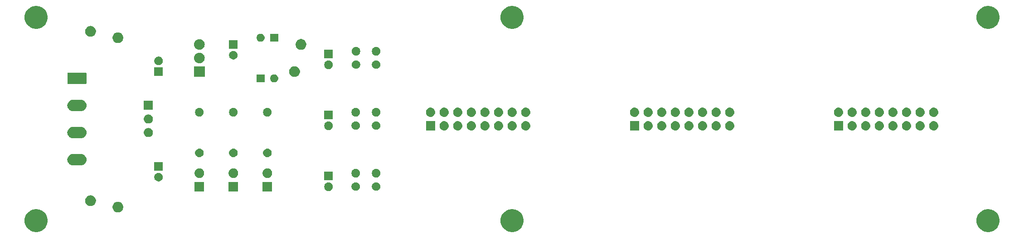
<source format=gbr>
G04 #@! TF.GenerationSoftware,KiCad,Pcbnew,(5.0.2)-1*
G04 #@! TF.CreationDate,2018-12-31T15:38:33+01:00*
G04 #@! TF.ProjectId,EuroRack_LowNoisePowerPCB,4575726f-5261-4636-9b5f-4c6f774e6f69,rev?*
G04 #@! TF.SameCoordinates,Original*
G04 #@! TF.FileFunction,Soldermask,Bot*
G04 #@! TF.FilePolarity,Negative*
%FSLAX46Y46*%
G04 Gerber Fmt 4.6, Leading zero omitted, Abs format (unit mm)*
G04 Created by KiCad (PCBNEW (5.0.2)-1) date 31/12/2018 15:38:33*
%MOMM*%
%LPD*%
G01*
G04 APERTURE LIST*
%ADD10C,0.100000*%
G04 APERTURE END LIST*
D10*
G36*
X38519444Y-137591311D02*
X38727132Y-137632623D01*
X38889203Y-137699755D01*
X39118406Y-137794694D01*
X39470548Y-138029988D01*
X39770012Y-138329452D01*
X40005306Y-138681594D01*
X40167377Y-139072869D01*
X40250000Y-139488242D01*
X40250000Y-139911758D01*
X40167377Y-140327131D01*
X40005306Y-140718406D01*
X39770012Y-141070548D01*
X39470548Y-141370012D01*
X39118406Y-141605306D01*
X38889203Y-141700245D01*
X38727132Y-141767377D01*
X38519444Y-141808689D01*
X38311758Y-141850000D01*
X37888242Y-141850000D01*
X37680556Y-141808689D01*
X37472868Y-141767377D01*
X37310797Y-141700245D01*
X37081594Y-141605306D01*
X36729452Y-141370012D01*
X36429988Y-141070548D01*
X36194694Y-140718406D01*
X36032623Y-140327131D01*
X35950000Y-139911758D01*
X35950000Y-139488242D01*
X36032623Y-139072869D01*
X36194694Y-138681594D01*
X36429988Y-138329452D01*
X36729452Y-138029988D01*
X37081594Y-137794694D01*
X37310797Y-137699755D01*
X37472868Y-137632623D01*
X37680556Y-137591311D01*
X37888242Y-137550000D01*
X38311758Y-137550000D01*
X38519444Y-137591311D01*
X38519444Y-137591311D01*
G37*
G36*
X216319444Y-137591311D02*
X216527132Y-137632623D01*
X216689203Y-137699755D01*
X216918406Y-137794694D01*
X217270548Y-138029988D01*
X217570012Y-138329452D01*
X217805306Y-138681594D01*
X217967377Y-139072869D01*
X218050000Y-139488242D01*
X218050000Y-139911758D01*
X217967377Y-140327131D01*
X217805306Y-140718406D01*
X217570012Y-141070548D01*
X217270548Y-141370012D01*
X216918406Y-141605306D01*
X216689203Y-141700245D01*
X216527132Y-141767377D01*
X216319444Y-141808689D01*
X216111758Y-141850000D01*
X215688242Y-141850000D01*
X215480556Y-141808689D01*
X215272868Y-141767377D01*
X215110797Y-141700245D01*
X214881594Y-141605306D01*
X214529452Y-141370012D01*
X214229988Y-141070548D01*
X213994694Y-140718406D01*
X213832623Y-140327131D01*
X213750000Y-139911758D01*
X213750000Y-139488242D01*
X213832623Y-139072869D01*
X213994694Y-138681594D01*
X214229988Y-138329452D01*
X214529452Y-138029988D01*
X214881594Y-137794694D01*
X215110797Y-137699755D01*
X215272868Y-137632623D01*
X215480556Y-137591311D01*
X215688242Y-137550000D01*
X216111758Y-137550000D01*
X216319444Y-137591311D01*
X216319444Y-137591311D01*
G37*
G36*
X127419444Y-137591311D02*
X127627132Y-137632623D01*
X127789203Y-137699755D01*
X128018406Y-137794694D01*
X128370548Y-138029988D01*
X128670012Y-138329452D01*
X128905306Y-138681594D01*
X129067377Y-139072869D01*
X129150000Y-139488242D01*
X129150000Y-139911758D01*
X129067377Y-140327131D01*
X128905306Y-140718406D01*
X128670012Y-141070548D01*
X128370548Y-141370012D01*
X128018406Y-141605306D01*
X127789203Y-141700245D01*
X127627132Y-141767377D01*
X127419444Y-141808689D01*
X127211758Y-141850000D01*
X126788242Y-141850000D01*
X126580556Y-141808689D01*
X126372868Y-141767377D01*
X126210797Y-141700245D01*
X125981594Y-141605306D01*
X125629452Y-141370012D01*
X125329988Y-141070548D01*
X125094694Y-140718406D01*
X124932623Y-140327131D01*
X124850000Y-139911758D01*
X124850000Y-139488242D01*
X124932623Y-139072869D01*
X125094694Y-138681594D01*
X125329988Y-138329452D01*
X125629452Y-138029988D01*
X125981594Y-137794694D01*
X126210797Y-137699755D01*
X126372868Y-137632623D01*
X126580556Y-137591311D01*
X126788242Y-137550000D01*
X127211758Y-137550000D01*
X127419444Y-137591311D01*
X127419444Y-137591311D01*
G37*
G36*
X53507525Y-136164655D02*
X53653148Y-136193621D01*
X53836046Y-136269380D01*
X53836047Y-136269381D01*
X54000653Y-136379367D01*
X54140633Y-136519347D01*
X54140635Y-136519350D01*
X54250620Y-136683954D01*
X54326379Y-136866852D01*
X54365000Y-137061016D01*
X54365000Y-137258984D01*
X54326379Y-137453148D01*
X54250620Y-137636046D01*
X54250619Y-137636047D01*
X54140633Y-137800653D01*
X54000653Y-137940633D01*
X54000650Y-137940635D01*
X53836046Y-138050620D01*
X53653148Y-138126379D01*
X53507525Y-138155345D01*
X53458985Y-138165000D01*
X53261015Y-138165000D01*
X53212475Y-138155345D01*
X53066852Y-138126379D01*
X52883954Y-138050620D01*
X52719350Y-137940635D01*
X52719347Y-137940633D01*
X52579367Y-137800653D01*
X52469381Y-137636047D01*
X52469380Y-137636046D01*
X52393621Y-137453148D01*
X52355000Y-137258984D01*
X52355000Y-137061016D01*
X52393621Y-136866852D01*
X52469380Y-136683954D01*
X52579365Y-136519350D01*
X52579367Y-136519347D01*
X52719347Y-136379367D01*
X52883953Y-136269381D01*
X52883954Y-136269380D01*
X53066852Y-136193621D01*
X53212475Y-136164655D01*
X53261015Y-136155000D01*
X53458985Y-136155000D01*
X53507525Y-136164655D01*
X53507525Y-136164655D01*
G37*
G36*
X48407525Y-134964655D02*
X48553148Y-134993621D01*
X48736046Y-135069380D01*
X48736047Y-135069381D01*
X48900653Y-135179367D01*
X49040633Y-135319347D01*
X49040635Y-135319350D01*
X49150620Y-135483954D01*
X49226379Y-135666852D01*
X49265000Y-135861016D01*
X49265000Y-136058984D01*
X49226379Y-136253148D01*
X49150620Y-136436046D01*
X49150619Y-136436047D01*
X49040633Y-136600653D01*
X48900653Y-136740633D01*
X48900650Y-136740635D01*
X48736046Y-136850620D01*
X48553148Y-136926379D01*
X48407525Y-136955345D01*
X48358985Y-136965000D01*
X48161015Y-136965000D01*
X48112475Y-136955345D01*
X47966852Y-136926379D01*
X47783954Y-136850620D01*
X47619350Y-136740635D01*
X47619347Y-136740633D01*
X47479367Y-136600653D01*
X47369381Y-136436047D01*
X47369380Y-136436046D01*
X47293621Y-136253148D01*
X47255000Y-136058984D01*
X47255000Y-135861016D01*
X47293621Y-135666852D01*
X47369380Y-135483954D01*
X47479365Y-135319350D01*
X47479367Y-135319347D01*
X47619347Y-135179367D01*
X47783953Y-135069381D01*
X47783954Y-135069380D01*
X47966852Y-134993621D01*
X48112475Y-134964655D01*
X48161015Y-134955000D01*
X48358985Y-134955000D01*
X48407525Y-134964655D01*
X48407525Y-134964655D01*
G37*
G36*
X69480000Y-134250000D02*
X67680000Y-134250000D01*
X67680000Y-132450000D01*
X69480000Y-132450000D01*
X69480000Y-134250000D01*
X69480000Y-134250000D01*
G37*
G36*
X82180000Y-134250000D02*
X80380000Y-134250000D01*
X80380000Y-132450000D01*
X82180000Y-132450000D01*
X82180000Y-134250000D01*
X82180000Y-134250000D01*
G37*
G36*
X75830000Y-134250000D02*
X74030000Y-134250000D01*
X74030000Y-132450000D01*
X75830000Y-132450000D01*
X75830000Y-134250000D01*
X75830000Y-134250000D01*
G37*
G36*
X92943352Y-132580743D02*
X93088941Y-132641048D01*
X93219973Y-132728601D01*
X93331399Y-132840027D01*
X93418952Y-132971059D01*
X93479257Y-133116648D01*
X93510000Y-133271205D01*
X93510000Y-133428795D01*
X93479257Y-133583352D01*
X93418952Y-133728941D01*
X93331399Y-133859973D01*
X93219973Y-133971399D01*
X93088941Y-134058952D01*
X92943352Y-134119257D01*
X92788795Y-134150000D01*
X92631205Y-134150000D01*
X92476648Y-134119257D01*
X92331059Y-134058952D01*
X92200027Y-133971399D01*
X92088601Y-133859973D01*
X92001048Y-133728941D01*
X91940743Y-133583352D01*
X91910000Y-133428795D01*
X91910000Y-133271205D01*
X91940743Y-133116648D01*
X92001048Y-132971059D01*
X92088601Y-132840027D01*
X92200027Y-132728601D01*
X92331059Y-132641048D01*
X92476648Y-132580743D01*
X92631205Y-132550000D01*
X92788795Y-132550000D01*
X92943352Y-132580743D01*
X92943352Y-132580743D01*
G37*
G36*
X101833352Y-132540743D02*
X101978941Y-132601048D01*
X102109973Y-132688601D01*
X102221399Y-132800027D01*
X102308952Y-132931059D01*
X102369257Y-133076648D01*
X102400000Y-133231205D01*
X102400000Y-133388795D01*
X102369257Y-133543352D01*
X102308952Y-133688941D01*
X102221399Y-133819973D01*
X102109973Y-133931399D01*
X101978941Y-134018952D01*
X101833352Y-134079257D01*
X101678795Y-134110000D01*
X101521205Y-134110000D01*
X101366648Y-134079257D01*
X101221059Y-134018952D01*
X101090027Y-133931399D01*
X100978601Y-133819973D01*
X100891048Y-133688941D01*
X100830743Y-133543352D01*
X100800000Y-133388795D01*
X100800000Y-133231205D01*
X100830743Y-133076648D01*
X100891048Y-132931059D01*
X100978601Y-132800027D01*
X101090027Y-132688601D01*
X101221059Y-132601048D01*
X101366648Y-132540743D01*
X101521205Y-132510000D01*
X101678795Y-132510000D01*
X101833352Y-132540743D01*
X101833352Y-132540743D01*
G37*
G36*
X98023352Y-132540743D02*
X98168941Y-132601048D01*
X98299973Y-132688601D01*
X98411399Y-132800027D01*
X98498952Y-132931059D01*
X98559257Y-133076648D01*
X98590000Y-133231205D01*
X98590000Y-133388795D01*
X98559257Y-133543352D01*
X98498952Y-133688941D01*
X98411399Y-133819973D01*
X98299973Y-133931399D01*
X98168941Y-134018952D01*
X98023352Y-134079257D01*
X97868795Y-134110000D01*
X97711205Y-134110000D01*
X97556648Y-134079257D01*
X97411059Y-134018952D01*
X97280027Y-133931399D01*
X97168601Y-133819973D01*
X97081048Y-133688941D01*
X97020743Y-133543352D01*
X96990000Y-133388795D01*
X96990000Y-133231205D01*
X97020743Y-133076648D01*
X97081048Y-132931059D01*
X97168601Y-132800027D01*
X97280027Y-132688601D01*
X97411059Y-132601048D01*
X97556648Y-132540743D01*
X97711205Y-132510000D01*
X97868795Y-132510000D01*
X98023352Y-132540743D01*
X98023352Y-132540743D01*
G37*
G36*
X61193352Y-130770743D02*
X61338941Y-130831048D01*
X61469973Y-130918601D01*
X61581399Y-131030027D01*
X61668952Y-131161059D01*
X61729257Y-131306648D01*
X61760000Y-131461205D01*
X61760000Y-131618795D01*
X61729257Y-131773352D01*
X61668952Y-131918941D01*
X61581399Y-132049973D01*
X61469973Y-132161399D01*
X61338941Y-132248952D01*
X61193352Y-132309257D01*
X61038795Y-132340000D01*
X60881205Y-132340000D01*
X60726648Y-132309257D01*
X60581059Y-132248952D01*
X60450027Y-132161399D01*
X60338601Y-132049973D01*
X60251048Y-131918941D01*
X60190743Y-131773352D01*
X60160000Y-131618795D01*
X60160000Y-131461205D01*
X60190743Y-131306648D01*
X60251048Y-131161059D01*
X60338601Y-131030027D01*
X60450027Y-130918601D01*
X60581059Y-130831048D01*
X60726648Y-130770743D01*
X60881205Y-130740000D01*
X61038795Y-130740000D01*
X61193352Y-130770743D01*
X61193352Y-130770743D01*
G37*
G36*
X93510000Y-132150000D02*
X91910000Y-132150000D01*
X91910000Y-130550000D01*
X93510000Y-130550000D01*
X93510000Y-132150000D01*
X93510000Y-132150000D01*
G37*
G36*
X75192521Y-129944586D02*
X75356309Y-130012429D01*
X75503720Y-130110926D01*
X75629074Y-130236280D01*
X75727571Y-130383691D01*
X75795414Y-130547479D01*
X75830000Y-130721356D01*
X75830000Y-130898644D01*
X75795414Y-131072521D01*
X75727571Y-131236309D01*
X75629074Y-131383720D01*
X75503720Y-131509074D01*
X75356309Y-131607571D01*
X75192521Y-131675414D01*
X75018644Y-131710000D01*
X74841356Y-131710000D01*
X74667479Y-131675414D01*
X74503691Y-131607571D01*
X74356280Y-131509074D01*
X74230926Y-131383720D01*
X74132429Y-131236309D01*
X74064586Y-131072521D01*
X74030000Y-130898644D01*
X74030000Y-130721356D01*
X74064586Y-130547479D01*
X74132429Y-130383691D01*
X74230926Y-130236280D01*
X74356280Y-130110926D01*
X74503691Y-130012429D01*
X74667479Y-129944586D01*
X74841356Y-129910000D01*
X75018644Y-129910000D01*
X75192521Y-129944586D01*
X75192521Y-129944586D01*
G37*
G36*
X81542521Y-129944586D02*
X81706309Y-130012429D01*
X81853720Y-130110926D01*
X81979074Y-130236280D01*
X82077571Y-130383691D01*
X82145414Y-130547479D01*
X82180000Y-130721356D01*
X82180000Y-130898644D01*
X82145414Y-131072521D01*
X82077571Y-131236309D01*
X81979074Y-131383720D01*
X81853720Y-131509074D01*
X81706309Y-131607571D01*
X81542521Y-131675414D01*
X81368644Y-131710000D01*
X81191356Y-131710000D01*
X81017479Y-131675414D01*
X80853691Y-131607571D01*
X80706280Y-131509074D01*
X80580926Y-131383720D01*
X80482429Y-131236309D01*
X80414586Y-131072521D01*
X80380000Y-130898644D01*
X80380000Y-130721356D01*
X80414586Y-130547479D01*
X80482429Y-130383691D01*
X80580926Y-130236280D01*
X80706280Y-130110926D01*
X80853691Y-130012429D01*
X81017479Y-129944586D01*
X81191356Y-129910000D01*
X81368644Y-129910000D01*
X81542521Y-129944586D01*
X81542521Y-129944586D01*
G37*
G36*
X68842521Y-129944586D02*
X69006309Y-130012429D01*
X69153720Y-130110926D01*
X69279074Y-130236280D01*
X69377571Y-130383691D01*
X69445414Y-130547479D01*
X69480000Y-130721356D01*
X69480000Y-130898644D01*
X69445414Y-131072521D01*
X69377571Y-131236309D01*
X69279074Y-131383720D01*
X69153720Y-131509074D01*
X69006309Y-131607571D01*
X68842521Y-131675414D01*
X68668644Y-131710000D01*
X68491356Y-131710000D01*
X68317479Y-131675414D01*
X68153691Y-131607571D01*
X68006280Y-131509074D01*
X67880926Y-131383720D01*
X67782429Y-131236309D01*
X67714586Y-131072521D01*
X67680000Y-130898644D01*
X67680000Y-130721356D01*
X67714586Y-130547479D01*
X67782429Y-130383691D01*
X67880926Y-130236280D01*
X68006280Y-130110926D01*
X68153691Y-130012429D01*
X68317479Y-129944586D01*
X68491356Y-129910000D01*
X68668644Y-129910000D01*
X68842521Y-129944586D01*
X68842521Y-129944586D01*
G37*
G36*
X101833352Y-130040743D02*
X101978941Y-130101048D01*
X102109973Y-130188601D01*
X102221399Y-130300027D01*
X102308952Y-130431059D01*
X102369257Y-130576648D01*
X102400000Y-130731205D01*
X102400000Y-130888795D01*
X102369257Y-131043352D01*
X102308952Y-131188941D01*
X102221399Y-131319973D01*
X102109973Y-131431399D01*
X101978941Y-131518952D01*
X101833352Y-131579257D01*
X101678795Y-131610000D01*
X101521205Y-131610000D01*
X101366648Y-131579257D01*
X101221059Y-131518952D01*
X101090027Y-131431399D01*
X100978601Y-131319973D01*
X100891048Y-131188941D01*
X100830743Y-131043352D01*
X100800000Y-130888795D01*
X100800000Y-130731205D01*
X100830743Y-130576648D01*
X100891048Y-130431059D01*
X100978601Y-130300027D01*
X101090027Y-130188601D01*
X101221059Y-130101048D01*
X101366648Y-130040743D01*
X101521205Y-130010000D01*
X101678795Y-130010000D01*
X101833352Y-130040743D01*
X101833352Y-130040743D01*
G37*
G36*
X98023352Y-130040743D02*
X98168941Y-130101048D01*
X98299973Y-130188601D01*
X98411399Y-130300027D01*
X98498952Y-130431059D01*
X98559257Y-130576648D01*
X98590000Y-130731205D01*
X98590000Y-130888795D01*
X98559257Y-131043352D01*
X98498952Y-131188941D01*
X98411399Y-131319973D01*
X98299973Y-131431399D01*
X98168941Y-131518952D01*
X98023352Y-131579257D01*
X97868795Y-131610000D01*
X97711205Y-131610000D01*
X97556648Y-131579257D01*
X97411059Y-131518952D01*
X97280027Y-131431399D01*
X97168601Y-131319973D01*
X97081048Y-131188941D01*
X97020743Y-131043352D01*
X96990000Y-130888795D01*
X96990000Y-130731205D01*
X97020743Y-130576648D01*
X97081048Y-130431059D01*
X97168601Y-130300027D01*
X97280027Y-130188601D01*
X97411059Y-130101048D01*
X97556648Y-130040743D01*
X97711205Y-130010000D01*
X97868795Y-130010000D01*
X98023352Y-130040743D01*
X98023352Y-130040743D01*
G37*
G36*
X61760000Y-130340000D02*
X60160000Y-130340000D01*
X60160000Y-128740000D01*
X61760000Y-128740000D01*
X61760000Y-130340000D01*
X61760000Y-130340000D01*
G37*
G36*
X46683876Y-127245048D02*
X46879916Y-127304516D01*
X47060589Y-127401088D01*
X47218949Y-127531051D01*
X47348912Y-127689411D01*
X47445484Y-127870084D01*
X47504952Y-128066124D01*
X47525032Y-128270000D01*
X47504952Y-128473876D01*
X47445484Y-128669916D01*
X47348912Y-128850589D01*
X47218949Y-129008949D01*
X47060589Y-129138912D01*
X46879916Y-129235484D01*
X46683876Y-129294952D01*
X46531091Y-129310000D01*
X44908909Y-129310000D01*
X44756124Y-129294952D01*
X44560084Y-129235484D01*
X44379411Y-129138912D01*
X44221051Y-129008949D01*
X44091088Y-128850589D01*
X43994516Y-128669916D01*
X43935048Y-128473876D01*
X43914968Y-128270000D01*
X43935048Y-128066124D01*
X43994516Y-127870084D01*
X44091088Y-127689411D01*
X44221051Y-127531051D01*
X44379411Y-127401088D01*
X44560084Y-127304516D01*
X44756124Y-127245048D01*
X44908909Y-127230000D01*
X46531091Y-127230000D01*
X46683876Y-127245048D01*
X46683876Y-127245048D01*
G37*
G36*
X81397649Y-126207717D02*
X81436827Y-126211576D01*
X81512228Y-126234449D01*
X81587629Y-126257321D01*
X81726608Y-126331608D01*
X81848422Y-126431578D01*
X81948392Y-126553392D01*
X82022679Y-126692371D01*
X82068424Y-126843174D01*
X82083870Y-127000000D01*
X82068424Y-127156826D01*
X82022679Y-127307629D01*
X81948392Y-127446608D01*
X81848422Y-127568422D01*
X81726608Y-127668392D01*
X81587629Y-127742679D01*
X81512227Y-127765552D01*
X81436827Y-127788424D01*
X81397649Y-127792283D01*
X81319295Y-127800000D01*
X81240705Y-127800000D01*
X81162351Y-127792283D01*
X81123173Y-127788424D01*
X81047773Y-127765552D01*
X80972371Y-127742679D01*
X80833392Y-127668392D01*
X80711578Y-127568422D01*
X80611608Y-127446608D01*
X80537321Y-127307629D01*
X80491576Y-127156826D01*
X80476130Y-127000000D01*
X80491576Y-126843174D01*
X80537321Y-126692371D01*
X80611608Y-126553392D01*
X80711578Y-126431578D01*
X80833392Y-126331608D01*
X80972371Y-126257321D01*
X81047772Y-126234449D01*
X81123173Y-126211576D01*
X81162351Y-126207717D01*
X81240705Y-126200000D01*
X81319295Y-126200000D01*
X81397649Y-126207717D01*
X81397649Y-126207717D01*
G37*
G36*
X68697649Y-126207717D02*
X68736827Y-126211576D01*
X68812228Y-126234449D01*
X68887629Y-126257321D01*
X69026608Y-126331608D01*
X69148422Y-126431578D01*
X69248392Y-126553392D01*
X69322679Y-126692371D01*
X69368424Y-126843174D01*
X69383870Y-127000000D01*
X69368424Y-127156826D01*
X69322679Y-127307629D01*
X69248392Y-127446608D01*
X69148422Y-127568422D01*
X69026608Y-127668392D01*
X68887629Y-127742679D01*
X68812227Y-127765552D01*
X68736827Y-127788424D01*
X68697649Y-127792283D01*
X68619295Y-127800000D01*
X68540705Y-127800000D01*
X68462351Y-127792283D01*
X68423173Y-127788424D01*
X68347773Y-127765552D01*
X68272371Y-127742679D01*
X68133392Y-127668392D01*
X68011578Y-127568422D01*
X67911608Y-127446608D01*
X67837321Y-127307629D01*
X67791576Y-127156826D01*
X67776130Y-127000000D01*
X67791576Y-126843174D01*
X67837321Y-126692371D01*
X67911608Y-126553392D01*
X68011578Y-126431578D01*
X68133392Y-126331608D01*
X68272371Y-126257321D01*
X68347772Y-126234449D01*
X68423173Y-126211576D01*
X68462351Y-126207717D01*
X68540705Y-126200000D01*
X68619295Y-126200000D01*
X68697649Y-126207717D01*
X68697649Y-126207717D01*
G37*
G36*
X75047649Y-126207717D02*
X75086827Y-126211576D01*
X75162228Y-126234449D01*
X75237629Y-126257321D01*
X75376608Y-126331608D01*
X75498422Y-126431578D01*
X75598392Y-126553392D01*
X75672679Y-126692371D01*
X75718424Y-126843174D01*
X75733870Y-127000000D01*
X75718424Y-127156826D01*
X75672679Y-127307629D01*
X75598392Y-127446608D01*
X75498422Y-127568422D01*
X75376608Y-127668392D01*
X75237629Y-127742679D01*
X75162227Y-127765552D01*
X75086827Y-127788424D01*
X75047649Y-127792283D01*
X74969295Y-127800000D01*
X74890705Y-127800000D01*
X74812351Y-127792283D01*
X74773173Y-127788424D01*
X74697773Y-127765552D01*
X74622371Y-127742679D01*
X74483392Y-127668392D01*
X74361578Y-127568422D01*
X74261608Y-127446608D01*
X74187321Y-127307629D01*
X74141576Y-127156826D01*
X74126130Y-127000000D01*
X74141576Y-126843174D01*
X74187321Y-126692371D01*
X74261608Y-126553392D01*
X74361578Y-126431578D01*
X74483392Y-126331608D01*
X74622371Y-126257321D01*
X74697772Y-126234449D01*
X74773173Y-126211576D01*
X74812351Y-126207717D01*
X74890705Y-126200000D01*
X74969295Y-126200000D01*
X75047649Y-126207717D01*
X75047649Y-126207717D01*
G37*
G36*
X46683876Y-122165048D02*
X46879916Y-122224516D01*
X47060589Y-122321088D01*
X47218949Y-122451051D01*
X47348912Y-122609411D01*
X47445484Y-122790084D01*
X47504952Y-122986124D01*
X47525032Y-123190000D01*
X47504952Y-123393876D01*
X47445484Y-123589916D01*
X47348912Y-123770589D01*
X47218949Y-123928949D01*
X47060589Y-124058912D01*
X46879916Y-124155484D01*
X46683876Y-124214952D01*
X46531091Y-124230000D01*
X44908909Y-124230000D01*
X44756124Y-124214952D01*
X44560084Y-124155484D01*
X44379411Y-124058912D01*
X44221051Y-123928949D01*
X44091088Y-123770589D01*
X43994516Y-123589916D01*
X43935048Y-123393876D01*
X43914968Y-123190000D01*
X43935048Y-122986124D01*
X43994516Y-122790084D01*
X44091088Y-122609411D01*
X44221051Y-122451051D01*
X44379411Y-122321088D01*
X44560084Y-122224516D01*
X44756124Y-122165048D01*
X44908909Y-122150000D01*
X46531091Y-122150000D01*
X46683876Y-122165048D01*
X46683876Y-122165048D01*
G37*
G36*
X59221630Y-122352299D02*
X59381855Y-122400903D01*
X59529520Y-122479831D01*
X59658949Y-122586051D01*
X59765169Y-122715480D01*
X59844097Y-122863145D01*
X59892701Y-123023370D01*
X59909112Y-123190000D01*
X59892701Y-123356630D01*
X59844097Y-123516855D01*
X59765169Y-123664520D01*
X59658949Y-123793949D01*
X59529520Y-123900169D01*
X59381855Y-123979097D01*
X59221630Y-124027701D01*
X59096752Y-124040000D01*
X59013248Y-124040000D01*
X58888370Y-124027701D01*
X58728145Y-123979097D01*
X58580480Y-123900169D01*
X58451051Y-123793949D01*
X58344831Y-123664520D01*
X58265903Y-123516855D01*
X58217299Y-123356630D01*
X58200888Y-123190000D01*
X58217299Y-123023370D01*
X58265903Y-122863145D01*
X58344831Y-122715480D01*
X58451051Y-122586051D01*
X58580480Y-122479831D01*
X58728145Y-122400903D01*
X58888370Y-122352299D01*
X59013248Y-122340000D01*
X59096752Y-122340000D01*
X59221630Y-122352299D01*
X59221630Y-122352299D01*
G37*
G36*
X152484712Y-121060565D02*
X152569295Y-121068896D01*
X152689727Y-121105429D01*
X152732088Y-121118279D01*
X152882112Y-121198468D01*
X153013612Y-121306388D01*
X153121532Y-121437888D01*
X153201721Y-121587912D01*
X153201722Y-121587916D01*
X153251104Y-121750705D01*
X153267778Y-121920000D01*
X153251104Y-122089295D01*
X153231672Y-122153352D01*
X153201721Y-122252088D01*
X153121532Y-122402112D01*
X153013612Y-122533612D01*
X152882112Y-122641532D01*
X152732088Y-122721721D01*
X152689727Y-122734571D01*
X152569295Y-122771104D01*
X152484712Y-122779435D01*
X152442421Y-122783600D01*
X152357579Y-122783600D01*
X152315288Y-122779435D01*
X152230705Y-122771104D01*
X152110273Y-122734571D01*
X152067912Y-122721721D01*
X151917888Y-122641532D01*
X151786388Y-122533612D01*
X151678468Y-122402112D01*
X151598279Y-122252088D01*
X151568328Y-122153352D01*
X151548896Y-122089295D01*
X151532222Y-121920000D01*
X151548896Y-121750705D01*
X151598278Y-121587916D01*
X151598279Y-121587912D01*
X151678468Y-121437888D01*
X151786388Y-121306388D01*
X151917888Y-121198468D01*
X152067912Y-121118279D01*
X152110273Y-121105429D01*
X152230705Y-121068896D01*
X152315288Y-121060565D01*
X152357579Y-121056400D01*
X152442421Y-121056400D01*
X152484712Y-121060565D01*
X152484712Y-121060565D01*
G37*
G36*
X150723600Y-122783600D02*
X148996400Y-122783600D01*
X148996400Y-121056400D01*
X150723600Y-121056400D01*
X150723600Y-122783600D01*
X150723600Y-122783600D01*
G37*
G36*
X129624712Y-121060565D02*
X129709295Y-121068896D01*
X129829727Y-121105429D01*
X129872088Y-121118279D01*
X130022112Y-121198468D01*
X130153612Y-121306388D01*
X130261532Y-121437888D01*
X130341721Y-121587912D01*
X130341722Y-121587916D01*
X130391104Y-121750705D01*
X130407778Y-121920000D01*
X130391104Y-122089295D01*
X130371672Y-122153352D01*
X130341721Y-122252088D01*
X130261532Y-122402112D01*
X130153612Y-122533612D01*
X130022112Y-122641532D01*
X129872088Y-122721721D01*
X129829727Y-122734571D01*
X129709295Y-122771104D01*
X129624712Y-122779435D01*
X129582421Y-122783600D01*
X129497579Y-122783600D01*
X129455288Y-122779435D01*
X129370705Y-122771104D01*
X129250273Y-122734571D01*
X129207912Y-122721721D01*
X129057888Y-122641532D01*
X128926388Y-122533612D01*
X128818468Y-122402112D01*
X128738279Y-122252088D01*
X128708328Y-122153352D01*
X128688896Y-122089295D01*
X128672222Y-121920000D01*
X128688896Y-121750705D01*
X128738278Y-121587916D01*
X128738279Y-121587912D01*
X128818468Y-121437888D01*
X128926388Y-121306388D01*
X129057888Y-121198468D01*
X129207912Y-121118279D01*
X129250273Y-121105429D01*
X129370705Y-121068896D01*
X129455288Y-121060565D01*
X129497579Y-121056400D01*
X129582421Y-121056400D01*
X129624712Y-121060565D01*
X129624712Y-121060565D01*
G37*
G36*
X127084712Y-121060565D02*
X127169295Y-121068896D01*
X127289727Y-121105429D01*
X127332088Y-121118279D01*
X127482112Y-121198468D01*
X127613612Y-121306388D01*
X127721532Y-121437888D01*
X127801721Y-121587912D01*
X127801722Y-121587916D01*
X127851104Y-121750705D01*
X127867778Y-121920000D01*
X127851104Y-122089295D01*
X127831672Y-122153352D01*
X127801721Y-122252088D01*
X127721532Y-122402112D01*
X127613612Y-122533612D01*
X127482112Y-122641532D01*
X127332088Y-122721721D01*
X127289727Y-122734571D01*
X127169295Y-122771104D01*
X127084712Y-122779435D01*
X127042421Y-122783600D01*
X126957579Y-122783600D01*
X126915288Y-122779435D01*
X126830705Y-122771104D01*
X126710273Y-122734571D01*
X126667912Y-122721721D01*
X126517888Y-122641532D01*
X126386388Y-122533612D01*
X126278468Y-122402112D01*
X126198279Y-122252088D01*
X126168328Y-122153352D01*
X126148896Y-122089295D01*
X126132222Y-121920000D01*
X126148896Y-121750705D01*
X126198278Y-121587916D01*
X126198279Y-121587912D01*
X126278468Y-121437888D01*
X126386388Y-121306388D01*
X126517888Y-121198468D01*
X126667912Y-121118279D01*
X126710273Y-121105429D01*
X126830705Y-121068896D01*
X126915288Y-121060565D01*
X126957579Y-121056400D01*
X127042421Y-121056400D01*
X127084712Y-121060565D01*
X127084712Y-121060565D01*
G37*
G36*
X124544712Y-121060565D02*
X124629295Y-121068896D01*
X124749727Y-121105429D01*
X124792088Y-121118279D01*
X124942112Y-121198468D01*
X125073612Y-121306388D01*
X125181532Y-121437888D01*
X125261721Y-121587912D01*
X125261722Y-121587916D01*
X125311104Y-121750705D01*
X125327778Y-121920000D01*
X125311104Y-122089295D01*
X125291672Y-122153352D01*
X125261721Y-122252088D01*
X125181532Y-122402112D01*
X125073612Y-122533612D01*
X124942112Y-122641532D01*
X124792088Y-122721721D01*
X124749727Y-122734571D01*
X124629295Y-122771104D01*
X124544712Y-122779435D01*
X124502421Y-122783600D01*
X124417579Y-122783600D01*
X124375288Y-122779435D01*
X124290705Y-122771104D01*
X124170273Y-122734571D01*
X124127912Y-122721721D01*
X123977888Y-122641532D01*
X123846388Y-122533612D01*
X123738468Y-122402112D01*
X123658279Y-122252088D01*
X123628328Y-122153352D01*
X123608896Y-122089295D01*
X123592222Y-121920000D01*
X123608896Y-121750705D01*
X123658278Y-121587916D01*
X123658279Y-121587912D01*
X123738468Y-121437888D01*
X123846388Y-121306388D01*
X123977888Y-121198468D01*
X124127912Y-121118279D01*
X124170273Y-121105429D01*
X124290705Y-121068896D01*
X124375288Y-121060565D01*
X124417579Y-121056400D01*
X124502421Y-121056400D01*
X124544712Y-121060565D01*
X124544712Y-121060565D01*
G37*
G36*
X122004712Y-121060565D02*
X122089295Y-121068896D01*
X122209727Y-121105429D01*
X122252088Y-121118279D01*
X122402112Y-121198468D01*
X122533612Y-121306388D01*
X122641532Y-121437888D01*
X122721721Y-121587912D01*
X122721722Y-121587916D01*
X122771104Y-121750705D01*
X122787778Y-121920000D01*
X122771104Y-122089295D01*
X122751672Y-122153352D01*
X122721721Y-122252088D01*
X122641532Y-122402112D01*
X122533612Y-122533612D01*
X122402112Y-122641532D01*
X122252088Y-122721721D01*
X122209727Y-122734571D01*
X122089295Y-122771104D01*
X122004712Y-122779435D01*
X121962421Y-122783600D01*
X121877579Y-122783600D01*
X121835288Y-122779435D01*
X121750705Y-122771104D01*
X121630273Y-122734571D01*
X121587912Y-122721721D01*
X121437888Y-122641532D01*
X121306388Y-122533612D01*
X121198468Y-122402112D01*
X121118279Y-122252088D01*
X121088328Y-122153352D01*
X121068896Y-122089295D01*
X121052222Y-121920000D01*
X121068896Y-121750705D01*
X121118278Y-121587916D01*
X121118279Y-121587912D01*
X121198468Y-121437888D01*
X121306388Y-121306388D01*
X121437888Y-121198468D01*
X121587912Y-121118279D01*
X121630273Y-121105429D01*
X121750705Y-121068896D01*
X121835288Y-121060565D01*
X121877579Y-121056400D01*
X121962421Y-121056400D01*
X122004712Y-121060565D01*
X122004712Y-121060565D01*
G37*
G36*
X119464712Y-121060565D02*
X119549295Y-121068896D01*
X119669727Y-121105429D01*
X119712088Y-121118279D01*
X119862112Y-121198468D01*
X119993612Y-121306388D01*
X120101532Y-121437888D01*
X120181721Y-121587912D01*
X120181722Y-121587916D01*
X120231104Y-121750705D01*
X120247778Y-121920000D01*
X120231104Y-122089295D01*
X120211672Y-122153352D01*
X120181721Y-122252088D01*
X120101532Y-122402112D01*
X119993612Y-122533612D01*
X119862112Y-122641532D01*
X119712088Y-122721721D01*
X119669727Y-122734571D01*
X119549295Y-122771104D01*
X119464712Y-122779435D01*
X119422421Y-122783600D01*
X119337579Y-122783600D01*
X119295288Y-122779435D01*
X119210705Y-122771104D01*
X119090273Y-122734571D01*
X119047912Y-122721721D01*
X118897888Y-122641532D01*
X118766388Y-122533612D01*
X118658468Y-122402112D01*
X118578279Y-122252088D01*
X118548328Y-122153352D01*
X118528896Y-122089295D01*
X118512222Y-121920000D01*
X118528896Y-121750705D01*
X118578278Y-121587916D01*
X118578279Y-121587912D01*
X118658468Y-121437888D01*
X118766388Y-121306388D01*
X118897888Y-121198468D01*
X119047912Y-121118279D01*
X119090273Y-121105429D01*
X119210705Y-121068896D01*
X119295288Y-121060565D01*
X119337579Y-121056400D01*
X119422421Y-121056400D01*
X119464712Y-121060565D01*
X119464712Y-121060565D01*
G37*
G36*
X116924712Y-121060565D02*
X117009295Y-121068896D01*
X117129727Y-121105429D01*
X117172088Y-121118279D01*
X117322112Y-121198468D01*
X117453612Y-121306388D01*
X117561532Y-121437888D01*
X117641721Y-121587912D01*
X117641722Y-121587916D01*
X117691104Y-121750705D01*
X117707778Y-121920000D01*
X117691104Y-122089295D01*
X117671672Y-122153352D01*
X117641721Y-122252088D01*
X117561532Y-122402112D01*
X117453612Y-122533612D01*
X117322112Y-122641532D01*
X117172088Y-122721721D01*
X117129727Y-122734571D01*
X117009295Y-122771104D01*
X116924712Y-122779435D01*
X116882421Y-122783600D01*
X116797579Y-122783600D01*
X116755288Y-122779435D01*
X116670705Y-122771104D01*
X116550273Y-122734571D01*
X116507912Y-122721721D01*
X116357888Y-122641532D01*
X116226388Y-122533612D01*
X116118468Y-122402112D01*
X116038279Y-122252088D01*
X116008328Y-122153352D01*
X115988896Y-122089295D01*
X115972222Y-121920000D01*
X115988896Y-121750705D01*
X116038278Y-121587916D01*
X116038279Y-121587912D01*
X116118468Y-121437888D01*
X116226388Y-121306388D01*
X116357888Y-121198468D01*
X116507912Y-121118279D01*
X116550273Y-121105429D01*
X116670705Y-121068896D01*
X116755288Y-121060565D01*
X116797579Y-121056400D01*
X116882421Y-121056400D01*
X116924712Y-121060565D01*
X116924712Y-121060565D01*
G37*
G36*
X114384712Y-121060565D02*
X114469295Y-121068896D01*
X114589727Y-121105429D01*
X114632088Y-121118279D01*
X114782112Y-121198468D01*
X114913612Y-121306388D01*
X115021532Y-121437888D01*
X115101721Y-121587912D01*
X115101722Y-121587916D01*
X115151104Y-121750705D01*
X115167778Y-121920000D01*
X115151104Y-122089295D01*
X115131672Y-122153352D01*
X115101721Y-122252088D01*
X115021532Y-122402112D01*
X114913612Y-122533612D01*
X114782112Y-122641532D01*
X114632088Y-122721721D01*
X114589727Y-122734571D01*
X114469295Y-122771104D01*
X114384712Y-122779435D01*
X114342421Y-122783600D01*
X114257579Y-122783600D01*
X114215288Y-122779435D01*
X114130705Y-122771104D01*
X114010273Y-122734571D01*
X113967912Y-122721721D01*
X113817888Y-122641532D01*
X113686388Y-122533612D01*
X113578468Y-122402112D01*
X113498279Y-122252088D01*
X113468328Y-122153352D01*
X113448896Y-122089295D01*
X113432222Y-121920000D01*
X113448896Y-121750705D01*
X113498278Y-121587916D01*
X113498279Y-121587912D01*
X113578468Y-121437888D01*
X113686388Y-121306388D01*
X113817888Y-121198468D01*
X113967912Y-121118279D01*
X114010273Y-121105429D01*
X114130705Y-121068896D01*
X114215288Y-121060565D01*
X114257579Y-121056400D01*
X114342421Y-121056400D01*
X114384712Y-121060565D01*
X114384712Y-121060565D01*
G37*
G36*
X112623600Y-122783600D02*
X110896400Y-122783600D01*
X110896400Y-121056400D01*
X112623600Y-121056400D01*
X112623600Y-122783600D01*
X112623600Y-122783600D01*
G37*
G36*
X162644712Y-121060565D02*
X162729295Y-121068896D01*
X162849727Y-121105429D01*
X162892088Y-121118279D01*
X163042112Y-121198468D01*
X163173612Y-121306388D01*
X163281532Y-121437888D01*
X163361721Y-121587912D01*
X163361722Y-121587916D01*
X163411104Y-121750705D01*
X163427778Y-121920000D01*
X163411104Y-122089295D01*
X163391672Y-122153352D01*
X163361721Y-122252088D01*
X163281532Y-122402112D01*
X163173612Y-122533612D01*
X163042112Y-122641532D01*
X162892088Y-122721721D01*
X162849727Y-122734571D01*
X162729295Y-122771104D01*
X162644712Y-122779435D01*
X162602421Y-122783600D01*
X162517579Y-122783600D01*
X162475288Y-122779435D01*
X162390705Y-122771104D01*
X162270273Y-122734571D01*
X162227912Y-122721721D01*
X162077888Y-122641532D01*
X161946388Y-122533612D01*
X161838468Y-122402112D01*
X161758279Y-122252088D01*
X161728328Y-122153352D01*
X161708896Y-122089295D01*
X161692222Y-121920000D01*
X161708896Y-121750705D01*
X161758278Y-121587916D01*
X161758279Y-121587912D01*
X161838468Y-121437888D01*
X161946388Y-121306388D01*
X162077888Y-121198468D01*
X162227912Y-121118279D01*
X162270273Y-121105429D01*
X162390705Y-121068896D01*
X162475288Y-121060565D01*
X162517579Y-121056400D01*
X162602421Y-121056400D01*
X162644712Y-121060565D01*
X162644712Y-121060565D01*
G37*
G36*
X193124712Y-121060565D02*
X193209295Y-121068896D01*
X193329727Y-121105429D01*
X193372088Y-121118279D01*
X193522112Y-121198468D01*
X193653612Y-121306388D01*
X193761532Y-121437888D01*
X193841721Y-121587912D01*
X193841722Y-121587916D01*
X193891104Y-121750705D01*
X193907778Y-121920000D01*
X193891104Y-122089295D01*
X193871672Y-122153352D01*
X193841721Y-122252088D01*
X193761532Y-122402112D01*
X193653612Y-122533612D01*
X193522112Y-122641532D01*
X193372088Y-122721721D01*
X193329727Y-122734571D01*
X193209295Y-122771104D01*
X193124712Y-122779435D01*
X193082421Y-122783600D01*
X192997579Y-122783600D01*
X192955288Y-122779435D01*
X192870705Y-122771104D01*
X192750273Y-122734571D01*
X192707912Y-122721721D01*
X192557888Y-122641532D01*
X192426388Y-122533612D01*
X192318468Y-122402112D01*
X192238279Y-122252088D01*
X192208328Y-122153352D01*
X192188896Y-122089295D01*
X192172222Y-121920000D01*
X192188896Y-121750705D01*
X192238278Y-121587916D01*
X192238279Y-121587912D01*
X192318468Y-121437888D01*
X192426388Y-121306388D01*
X192557888Y-121198468D01*
X192707912Y-121118279D01*
X192750273Y-121105429D01*
X192870705Y-121068896D01*
X192955288Y-121060565D01*
X192997579Y-121056400D01*
X193082421Y-121056400D01*
X193124712Y-121060565D01*
X193124712Y-121060565D01*
G37*
G36*
X157564712Y-121060565D02*
X157649295Y-121068896D01*
X157769727Y-121105429D01*
X157812088Y-121118279D01*
X157962112Y-121198468D01*
X158093612Y-121306388D01*
X158201532Y-121437888D01*
X158281721Y-121587912D01*
X158281722Y-121587916D01*
X158331104Y-121750705D01*
X158347778Y-121920000D01*
X158331104Y-122089295D01*
X158311672Y-122153352D01*
X158281721Y-122252088D01*
X158201532Y-122402112D01*
X158093612Y-122533612D01*
X157962112Y-122641532D01*
X157812088Y-122721721D01*
X157769727Y-122734571D01*
X157649295Y-122771104D01*
X157564712Y-122779435D01*
X157522421Y-122783600D01*
X157437579Y-122783600D01*
X157395288Y-122779435D01*
X157310705Y-122771104D01*
X157190273Y-122734571D01*
X157147912Y-122721721D01*
X156997888Y-122641532D01*
X156866388Y-122533612D01*
X156758468Y-122402112D01*
X156678279Y-122252088D01*
X156648328Y-122153352D01*
X156628896Y-122089295D01*
X156612222Y-121920000D01*
X156628896Y-121750705D01*
X156678278Y-121587916D01*
X156678279Y-121587912D01*
X156758468Y-121437888D01*
X156866388Y-121306388D01*
X156997888Y-121198468D01*
X157147912Y-121118279D01*
X157190273Y-121105429D01*
X157310705Y-121068896D01*
X157395288Y-121060565D01*
X157437579Y-121056400D01*
X157522421Y-121056400D01*
X157564712Y-121060565D01*
X157564712Y-121060565D01*
G37*
G36*
X160104712Y-121060565D02*
X160189295Y-121068896D01*
X160309727Y-121105429D01*
X160352088Y-121118279D01*
X160502112Y-121198468D01*
X160633612Y-121306388D01*
X160741532Y-121437888D01*
X160821721Y-121587912D01*
X160821722Y-121587916D01*
X160871104Y-121750705D01*
X160887778Y-121920000D01*
X160871104Y-122089295D01*
X160851672Y-122153352D01*
X160821721Y-122252088D01*
X160741532Y-122402112D01*
X160633612Y-122533612D01*
X160502112Y-122641532D01*
X160352088Y-122721721D01*
X160309727Y-122734571D01*
X160189295Y-122771104D01*
X160104712Y-122779435D01*
X160062421Y-122783600D01*
X159977579Y-122783600D01*
X159935288Y-122779435D01*
X159850705Y-122771104D01*
X159730273Y-122734571D01*
X159687912Y-122721721D01*
X159537888Y-122641532D01*
X159406388Y-122533612D01*
X159298468Y-122402112D01*
X159218279Y-122252088D01*
X159188328Y-122153352D01*
X159168896Y-122089295D01*
X159152222Y-121920000D01*
X159168896Y-121750705D01*
X159218278Y-121587916D01*
X159218279Y-121587912D01*
X159298468Y-121437888D01*
X159406388Y-121306388D01*
X159537888Y-121198468D01*
X159687912Y-121118279D01*
X159730273Y-121105429D01*
X159850705Y-121068896D01*
X159935288Y-121060565D01*
X159977579Y-121056400D01*
X160062421Y-121056400D01*
X160104712Y-121060565D01*
X160104712Y-121060565D01*
G37*
G36*
X190584712Y-121060565D02*
X190669295Y-121068896D01*
X190789727Y-121105429D01*
X190832088Y-121118279D01*
X190982112Y-121198468D01*
X191113612Y-121306388D01*
X191221532Y-121437888D01*
X191301721Y-121587912D01*
X191301722Y-121587916D01*
X191351104Y-121750705D01*
X191367778Y-121920000D01*
X191351104Y-122089295D01*
X191331672Y-122153352D01*
X191301721Y-122252088D01*
X191221532Y-122402112D01*
X191113612Y-122533612D01*
X190982112Y-122641532D01*
X190832088Y-122721721D01*
X190789727Y-122734571D01*
X190669295Y-122771104D01*
X190584712Y-122779435D01*
X190542421Y-122783600D01*
X190457579Y-122783600D01*
X190415288Y-122779435D01*
X190330705Y-122771104D01*
X190210273Y-122734571D01*
X190167912Y-122721721D01*
X190017888Y-122641532D01*
X189886388Y-122533612D01*
X189778468Y-122402112D01*
X189698279Y-122252088D01*
X189668328Y-122153352D01*
X189648896Y-122089295D01*
X189632222Y-121920000D01*
X189648896Y-121750705D01*
X189698278Y-121587916D01*
X189698279Y-121587912D01*
X189778468Y-121437888D01*
X189886388Y-121306388D01*
X190017888Y-121198468D01*
X190167912Y-121118279D01*
X190210273Y-121105429D01*
X190330705Y-121068896D01*
X190415288Y-121060565D01*
X190457579Y-121056400D01*
X190542421Y-121056400D01*
X190584712Y-121060565D01*
X190584712Y-121060565D01*
G37*
G36*
X188823600Y-122783600D02*
X187096400Y-122783600D01*
X187096400Y-121056400D01*
X188823600Y-121056400D01*
X188823600Y-122783600D01*
X188823600Y-122783600D01*
G37*
G36*
X195664712Y-121060565D02*
X195749295Y-121068896D01*
X195869727Y-121105429D01*
X195912088Y-121118279D01*
X196062112Y-121198468D01*
X196193612Y-121306388D01*
X196301532Y-121437888D01*
X196381721Y-121587912D01*
X196381722Y-121587916D01*
X196431104Y-121750705D01*
X196447778Y-121920000D01*
X196431104Y-122089295D01*
X196411672Y-122153352D01*
X196381721Y-122252088D01*
X196301532Y-122402112D01*
X196193612Y-122533612D01*
X196062112Y-122641532D01*
X195912088Y-122721721D01*
X195869727Y-122734571D01*
X195749295Y-122771104D01*
X195664712Y-122779435D01*
X195622421Y-122783600D01*
X195537579Y-122783600D01*
X195495288Y-122779435D01*
X195410705Y-122771104D01*
X195290273Y-122734571D01*
X195247912Y-122721721D01*
X195097888Y-122641532D01*
X194966388Y-122533612D01*
X194858468Y-122402112D01*
X194778279Y-122252088D01*
X194748328Y-122153352D01*
X194728896Y-122089295D01*
X194712222Y-121920000D01*
X194728896Y-121750705D01*
X194778278Y-121587916D01*
X194778279Y-121587912D01*
X194858468Y-121437888D01*
X194966388Y-121306388D01*
X195097888Y-121198468D01*
X195247912Y-121118279D01*
X195290273Y-121105429D01*
X195410705Y-121068896D01*
X195495288Y-121060565D01*
X195537579Y-121056400D01*
X195622421Y-121056400D01*
X195664712Y-121060565D01*
X195664712Y-121060565D01*
G37*
G36*
X198204712Y-121060565D02*
X198289295Y-121068896D01*
X198409727Y-121105429D01*
X198452088Y-121118279D01*
X198602112Y-121198468D01*
X198733612Y-121306388D01*
X198841532Y-121437888D01*
X198921721Y-121587912D01*
X198921722Y-121587916D01*
X198971104Y-121750705D01*
X198987778Y-121920000D01*
X198971104Y-122089295D01*
X198951672Y-122153352D01*
X198921721Y-122252088D01*
X198841532Y-122402112D01*
X198733612Y-122533612D01*
X198602112Y-122641532D01*
X198452088Y-122721721D01*
X198409727Y-122734571D01*
X198289295Y-122771104D01*
X198204712Y-122779435D01*
X198162421Y-122783600D01*
X198077579Y-122783600D01*
X198035288Y-122779435D01*
X197950705Y-122771104D01*
X197830273Y-122734571D01*
X197787912Y-122721721D01*
X197637888Y-122641532D01*
X197506388Y-122533612D01*
X197398468Y-122402112D01*
X197318279Y-122252088D01*
X197288328Y-122153352D01*
X197268896Y-122089295D01*
X197252222Y-121920000D01*
X197268896Y-121750705D01*
X197318278Y-121587916D01*
X197318279Y-121587912D01*
X197398468Y-121437888D01*
X197506388Y-121306388D01*
X197637888Y-121198468D01*
X197787912Y-121118279D01*
X197830273Y-121105429D01*
X197950705Y-121068896D01*
X198035288Y-121060565D01*
X198077579Y-121056400D01*
X198162421Y-121056400D01*
X198204712Y-121060565D01*
X198204712Y-121060565D01*
G37*
G36*
X200744712Y-121060565D02*
X200829295Y-121068896D01*
X200949727Y-121105429D01*
X200992088Y-121118279D01*
X201142112Y-121198468D01*
X201273612Y-121306388D01*
X201381532Y-121437888D01*
X201461721Y-121587912D01*
X201461722Y-121587916D01*
X201511104Y-121750705D01*
X201527778Y-121920000D01*
X201511104Y-122089295D01*
X201491672Y-122153352D01*
X201461721Y-122252088D01*
X201381532Y-122402112D01*
X201273612Y-122533612D01*
X201142112Y-122641532D01*
X200992088Y-122721721D01*
X200949727Y-122734571D01*
X200829295Y-122771104D01*
X200744712Y-122779435D01*
X200702421Y-122783600D01*
X200617579Y-122783600D01*
X200575288Y-122779435D01*
X200490705Y-122771104D01*
X200370273Y-122734571D01*
X200327912Y-122721721D01*
X200177888Y-122641532D01*
X200046388Y-122533612D01*
X199938468Y-122402112D01*
X199858279Y-122252088D01*
X199828328Y-122153352D01*
X199808896Y-122089295D01*
X199792222Y-121920000D01*
X199808896Y-121750705D01*
X199858278Y-121587916D01*
X199858279Y-121587912D01*
X199938468Y-121437888D01*
X200046388Y-121306388D01*
X200177888Y-121198468D01*
X200327912Y-121118279D01*
X200370273Y-121105429D01*
X200490705Y-121068896D01*
X200575288Y-121060565D01*
X200617579Y-121056400D01*
X200702421Y-121056400D01*
X200744712Y-121060565D01*
X200744712Y-121060565D01*
G37*
G36*
X203284712Y-121060565D02*
X203369295Y-121068896D01*
X203489727Y-121105429D01*
X203532088Y-121118279D01*
X203682112Y-121198468D01*
X203813612Y-121306388D01*
X203921532Y-121437888D01*
X204001721Y-121587912D01*
X204001722Y-121587916D01*
X204051104Y-121750705D01*
X204067778Y-121920000D01*
X204051104Y-122089295D01*
X204031672Y-122153352D01*
X204001721Y-122252088D01*
X203921532Y-122402112D01*
X203813612Y-122533612D01*
X203682112Y-122641532D01*
X203532088Y-122721721D01*
X203489727Y-122734571D01*
X203369295Y-122771104D01*
X203284712Y-122779435D01*
X203242421Y-122783600D01*
X203157579Y-122783600D01*
X203115288Y-122779435D01*
X203030705Y-122771104D01*
X202910273Y-122734571D01*
X202867912Y-122721721D01*
X202717888Y-122641532D01*
X202586388Y-122533612D01*
X202478468Y-122402112D01*
X202398279Y-122252088D01*
X202368328Y-122153352D01*
X202348896Y-122089295D01*
X202332222Y-121920000D01*
X202348896Y-121750705D01*
X202398278Y-121587916D01*
X202398279Y-121587912D01*
X202478468Y-121437888D01*
X202586388Y-121306388D01*
X202717888Y-121198468D01*
X202867912Y-121118279D01*
X202910273Y-121105429D01*
X203030705Y-121068896D01*
X203115288Y-121060565D01*
X203157579Y-121056400D01*
X203242421Y-121056400D01*
X203284712Y-121060565D01*
X203284712Y-121060565D01*
G37*
G36*
X205824712Y-121060565D02*
X205909295Y-121068896D01*
X206029727Y-121105429D01*
X206072088Y-121118279D01*
X206222112Y-121198468D01*
X206353612Y-121306388D01*
X206461532Y-121437888D01*
X206541721Y-121587912D01*
X206541722Y-121587916D01*
X206591104Y-121750705D01*
X206607778Y-121920000D01*
X206591104Y-122089295D01*
X206571672Y-122153352D01*
X206541721Y-122252088D01*
X206461532Y-122402112D01*
X206353612Y-122533612D01*
X206222112Y-122641532D01*
X206072088Y-122721721D01*
X206029727Y-122734571D01*
X205909295Y-122771104D01*
X205824712Y-122779435D01*
X205782421Y-122783600D01*
X205697579Y-122783600D01*
X205655288Y-122779435D01*
X205570705Y-122771104D01*
X205450273Y-122734571D01*
X205407912Y-122721721D01*
X205257888Y-122641532D01*
X205126388Y-122533612D01*
X205018468Y-122402112D01*
X204938279Y-122252088D01*
X204908328Y-122153352D01*
X204888896Y-122089295D01*
X204872222Y-121920000D01*
X204888896Y-121750705D01*
X204938278Y-121587916D01*
X204938279Y-121587912D01*
X205018468Y-121437888D01*
X205126388Y-121306388D01*
X205257888Y-121198468D01*
X205407912Y-121118279D01*
X205450273Y-121105429D01*
X205570705Y-121068896D01*
X205655288Y-121060565D01*
X205697579Y-121056400D01*
X205782421Y-121056400D01*
X205824712Y-121060565D01*
X205824712Y-121060565D01*
G37*
G36*
X167724712Y-121060565D02*
X167809295Y-121068896D01*
X167929727Y-121105429D01*
X167972088Y-121118279D01*
X168122112Y-121198468D01*
X168253612Y-121306388D01*
X168361532Y-121437888D01*
X168441721Y-121587912D01*
X168441722Y-121587916D01*
X168491104Y-121750705D01*
X168507778Y-121920000D01*
X168491104Y-122089295D01*
X168471672Y-122153352D01*
X168441721Y-122252088D01*
X168361532Y-122402112D01*
X168253612Y-122533612D01*
X168122112Y-122641532D01*
X167972088Y-122721721D01*
X167929727Y-122734571D01*
X167809295Y-122771104D01*
X167724712Y-122779435D01*
X167682421Y-122783600D01*
X167597579Y-122783600D01*
X167555288Y-122779435D01*
X167470705Y-122771104D01*
X167350273Y-122734571D01*
X167307912Y-122721721D01*
X167157888Y-122641532D01*
X167026388Y-122533612D01*
X166918468Y-122402112D01*
X166838279Y-122252088D01*
X166808328Y-122153352D01*
X166788896Y-122089295D01*
X166772222Y-121920000D01*
X166788896Y-121750705D01*
X166838278Y-121587916D01*
X166838279Y-121587912D01*
X166918468Y-121437888D01*
X167026388Y-121306388D01*
X167157888Y-121198468D01*
X167307912Y-121118279D01*
X167350273Y-121105429D01*
X167470705Y-121068896D01*
X167555288Y-121060565D01*
X167597579Y-121056400D01*
X167682421Y-121056400D01*
X167724712Y-121060565D01*
X167724712Y-121060565D01*
G37*
G36*
X165184712Y-121060565D02*
X165269295Y-121068896D01*
X165389727Y-121105429D01*
X165432088Y-121118279D01*
X165582112Y-121198468D01*
X165713612Y-121306388D01*
X165821532Y-121437888D01*
X165901721Y-121587912D01*
X165901722Y-121587916D01*
X165951104Y-121750705D01*
X165967778Y-121920000D01*
X165951104Y-122089295D01*
X165931672Y-122153352D01*
X165901721Y-122252088D01*
X165821532Y-122402112D01*
X165713612Y-122533612D01*
X165582112Y-122641532D01*
X165432088Y-122721721D01*
X165389727Y-122734571D01*
X165269295Y-122771104D01*
X165184712Y-122779435D01*
X165142421Y-122783600D01*
X165057579Y-122783600D01*
X165015288Y-122779435D01*
X164930705Y-122771104D01*
X164810273Y-122734571D01*
X164767912Y-122721721D01*
X164617888Y-122641532D01*
X164486388Y-122533612D01*
X164378468Y-122402112D01*
X164298279Y-122252088D01*
X164268328Y-122153352D01*
X164248896Y-122089295D01*
X164232222Y-121920000D01*
X164248896Y-121750705D01*
X164298278Y-121587916D01*
X164298279Y-121587912D01*
X164378468Y-121437888D01*
X164486388Y-121306388D01*
X164617888Y-121198468D01*
X164767912Y-121118279D01*
X164810273Y-121105429D01*
X164930705Y-121068896D01*
X165015288Y-121060565D01*
X165057579Y-121056400D01*
X165142421Y-121056400D01*
X165184712Y-121060565D01*
X165184712Y-121060565D01*
G37*
G36*
X155024712Y-121060565D02*
X155109295Y-121068896D01*
X155229727Y-121105429D01*
X155272088Y-121118279D01*
X155422112Y-121198468D01*
X155553612Y-121306388D01*
X155661532Y-121437888D01*
X155741721Y-121587912D01*
X155741722Y-121587916D01*
X155791104Y-121750705D01*
X155807778Y-121920000D01*
X155791104Y-122089295D01*
X155771672Y-122153352D01*
X155741721Y-122252088D01*
X155661532Y-122402112D01*
X155553612Y-122533612D01*
X155422112Y-122641532D01*
X155272088Y-122721721D01*
X155229727Y-122734571D01*
X155109295Y-122771104D01*
X155024712Y-122779435D01*
X154982421Y-122783600D01*
X154897579Y-122783600D01*
X154855288Y-122779435D01*
X154770705Y-122771104D01*
X154650273Y-122734571D01*
X154607912Y-122721721D01*
X154457888Y-122641532D01*
X154326388Y-122533612D01*
X154218468Y-122402112D01*
X154138279Y-122252088D01*
X154108328Y-122153352D01*
X154088896Y-122089295D01*
X154072222Y-121920000D01*
X154088896Y-121750705D01*
X154138278Y-121587916D01*
X154138279Y-121587912D01*
X154218468Y-121437888D01*
X154326388Y-121306388D01*
X154457888Y-121198468D01*
X154607912Y-121118279D01*
X154650273Y-121105429D01*
X154770705Y-121068896D01*
X154855288Y-121060565D01*
X154897579Y-121056400D01*
X154982421Y-121056400D01*
X155024712Y-121060565D01*
X155024712Y-121060565D01*
G37*
G36*
X92943352Y-121150743D02*
X93088941Y-121211048D01*
X93219973Y-121298601D01*
X93331399Y-121410027D01*
X93418952Y-121541059D01*
X93479257Y-121686648D01*
X93510000Y-121841205D01*
X93510000Y-121998795D01*
X93479257Y-122153352D01*
X93418952Y-122298941D01*
X93331399Y-122429973D01*
X93219973Y-122541399D01*
X93088941Y-122628952D01*
X92943352Y-122689257D01*
X92788795Y-122720000D01*
X92631205Y-122720000D01*
X92476648Y-122689257D01*
X92331059Y-122628952D01*
X92200027Y-122541399D01*
X92088601Y-122429973D01*
X92001048Y-122298941D01*
X91940743Y-122153352D01*
X91910000Y-121998795D01*
X91910000Y-121841205D01*
X91940743Y-121686648D01*
X92001048Y-121541059D01*
X92088601Y-121410027D01*
X92200027Y-121298601D01*
X92331059Y-121211048D01*
X92476648Y-121150743D01*
X92631205Y-121120000D01*
X92788795Y-121120000D01*
X92943352Y-121150743D01*
X92943352Y-121150743D01*
G37*
G36*
X98023352Y-121110743D02*
X98168941Y-121171048D01*
X98299973Y-121258601D01*
X98411399Y-121370027D01*
X98498952Y-121501059D01*
X98559257Y-121646648D01*
X98590000Y-121801205D01*
X98590000Y-121958795D01*
X98559257Y-122113352D01*
X98498952Y-122258941D01*
X98411399Y-122389973D01*
X98299973Y-122501399D01*
X98168941Y-122588952D01*
X98023352Y-122649257D01*
X97868795Y-122680000D01*
X97711205Y-122680000D01*
X97556648Y-122649257D01*
X97411059Y-122588952D01*
X97280027Y-122501399D01*
X97168601Y-122389973D01*
X97081048Y-122258941D01*
X97020743Y-122113352D01*
X96990000Y-121958795D01*
X96990000Y-121801205D01*
X97020743Y-121646648D01*
X97081048Y-121501059D01*
X97168601Y-121370027D01*
X97280027Y-121258601D01*
X97411059Y-121171048D01*
X97556648Y-121110743D01*
X97711205Y-121080000D01*
X97868795Y-121080000D01*
X98023352Y-121110743D01*
X98023352Y-121110743D01*
G37*
G36*
X101833352Y-121110743D02*
X101978941Y-121171048D01*
X102109973Y-121258601D01*
X102221399Y-121370027D01*
X102308952Y-121501059D01*
X102369257Y-121646648D01*
X102400000Y-121801205D01*
X102400000Y-121958795D01*
X102369257Y-122113352D01*
X102308952Y-122258941D01*
X102221399Y-122389973D01*
X102109973Y-122501399D01*
X101978941Y-122588952D01*
X101833352Y-122649257D01*
X101678795Y-122680000D01*
X101521205Y-122680000D01*
X101366648Y-122649257D01*
X101221059Y-122588952D01*
X101090027Y-122501399D01*
X100978601Y-122389973D01*
X100891048Y-122258941D01*
X100830743Y-122113352D01*
X100800000Y-121958795D01*
X100800000Y-121801205D01*
X100830743Y-121646648D01*
X100891048Y-121501059D01*
X100978601Y-121370027D01*
X101090027Y-121258601D01*
X101221059Y-121171048D01*
X101366648Y-121110743D01*
X101521205Y-121080000D01*
X101678795Y-121080000D01*
X101833352Y-121110743D01*
X101833352Y-121110743D01*
G37*
G36*
X59221630Y-119812299D02*
X59381855Y-119860903D01*
X59529520Y-119939831D01*
X59658949Y-120046051D01*
X59765169Y-120175480D01*
X59844097Y-120323145D01*
X59892701Y-120483370D01*
X59909112Y-120650000D01*
X59892701Y-120816630D01*
X59844097Y-120976855D01*
X59765169Y-121124520D01*
X59658949Y-121253949D01*
X59529520Y-121360169D01*
X59381855Y-121439097D01*
X59221630Y-121487701D01*
X59096752Y-121500000D01*
X59013248Y-121500000D01*
X58888370Y-121487701D01*
X58728145Y-121439097D01*
X58580480Y-121360169D01*
X58451051Y-121253949D01*
X58344831Y-121124520D01*
X58265903Y-120976855D01*
X58217299Y-120816630D01*
X58200888Y-120650000D01*
X58217299Y-120483370D01*
X58265903Y-120323145D01*
X58344831Y-120175480D01*
X58451051Y-120046051D01*
X58580480Y-119939831D01*
X58728145Y-119860903D01*
X58888370Y-119812299D01*
X59013248Y-119800000D01*
X59096752Y-119800000D01*
X59221630Y-119812299D01*
X59221630Y-119812299D01*
G37*
G36*
X93510000Y-120720000D02*
X91910000Y-120720000D01*
X91910000Y-119120000D01*
X93510000Y-119120000D01*
X93510000Y-120720000D01*
X93510000Y-120720000D01*
G37*
G36*
X162644712Y-118520565D02*
X162729295Y-118528896D01*
X162849727Y-118565429D01*
X162892088Y-118578279D01*
X163042112Y-118658468D01*
X163173612Y-118766388D01*
X163281532Y-118897888D01*
X163361721Y-119047912D01*
X163361722Y-119047916D01*
X163411104Y-119210705D01*
X163427778Y-119380000D01*
X163411104Y-119549295D01*
X163391672Y-119613352D01*
X163361721Y-119712088D01*
X163281532Y-119862112D01*
X163173612Y-119993612D01*
X163042112Y-120101532D01*
X162892088Y-120181721D01*
X162849727Y-120194571D01*
X162729295Y-120231104D01*
X162644712Y-120239435D01*
X162602421Y-120243600D01*
X162517579Y-120243600D01*
X162475288Y-120239435D01*
X162390705Y-120231104D01*
X162270273Y-120194571D01*
X162227912Y-120181721D01*
X162077888Y-120101532D01*
X161946388Y-119993612D01*
X161838468Y-119862112D01*
X161758279Y-119712088D01*
X161728328Y-119613352D01*
X161708896Y-119549295D01*
X161692222Y-119380000D01*
X161708896Y-119210705D01*
X161758278Y-119047916D01*
X161758279Y-119047912D01*
X161838468Y-118897888D01*
X161946388Y-118766388D01*
X162077888Y-118658468D01*
X162227912Y-118578279D01*
X162270273Y-118565429D01*
X162390705Y-118528896D01*
X162475288Y-118520565D01*
X162517579Y-118516400D01*
X162602421Y-118516400D01*
X162644712Y-118520565D01*
X162644712Y-118520565D01*
G37*
G36*
X116924712Y-118520565D02*
X117009295Y-118528896D01*
X117129727Y-118565429D01*
X117172088Y-118578279D01*
X117322112Y-118658468D01*
X117453612Y-118766388D01*
X117561532Y-118897888D01*
X117641721Y-119047912D01*
X117641722Y-119047916D01*
X117691104Y-119210705D01*
X117707778Y-119380000D01*
X117691104Y-119549295D01*
X117671672Y-119613352D01*
X117641721Y-119712088D01*
X117561532Y-119862112D01*
X117453612Y-119993612D01*
X117322112Y-120101532D01*
X117172088Y-120181721D01*
X117129727Y-120194571D01*
X117009295Y-120231104D01*
X116924712Y-120239435D01*
X116882421Y-120243600D01*
X116797579Y-120243600D01*
X116755288Y-120239435D01*
X116670705Y-120231104D01*
X116550273Y-120194571D01*
X116507912Y-120181721D01*
X116357888Y-120101532D01*
X116226388Y-119993612D01*
X116118468Y-119862112D01*
X116038279Y-119712088D01*
X116008328Y-119613352D01*
X115988896Y-119549295D01*
X115972222Y-119380000D01*
X115988896Y-119210705D01*
X116038278Y-119047916D01*
X116038279Y-119047912D01*
X116118468Y-118897888D01*
X116226388Y-118766388D01*
X116357888Y-118658468D01*
X116507912Y-118578279D01*
X116550273Y-118565429D01*
X116670705Y-118528896D01*
X116755288Y-118520565D01*
X116797579Y-118516400D01*
X116882421Y-118516400D01*
X116924712Y-118520565D01*
X116924712Y-118520565D01*
G37*
G36*
X149944712Y-118520565D02*
X150029295Y-118528896D01*
X150149727Y-118565429D01*
X150192088Y-118578279D01*
X150342112Y-118658468D01*
X150473612Y-118766388D01*
X150581532Y-118897888D01*
X150661721Y-119047912D01*
X150661722Y-119047916D01*
X150711104Y-119210705D01*
X150727778Y-119380000D01*
X150711104Y-119549295D01*
X150691672Y-119613352D01*
X150661721Y-119712088D01*
X150581532Y-119862112D01*
X150473612Y-119993612D01*
X150342112Y-120101532D01*
X150192088Y-120181721D01*
X150149727Y-120194571D01*
X150029295Y-120231104D01*
X149944712Y-120239435D01*
X149902421Y-120243600D01*
X149817579Y-120243600D01*
X149775288Y-120239435D01*
X149690705Y-120231104D01*
X149570273Y-120194571D01*
X149527912Y-120181721D01*
X149377888Y-120101532D01*
X149246388Y-119993612D01*
X149138468Y-119862112D01*
X149058279Y-119712088D01*
X149028328Y-119613352D01*
X149008896Y-119549295D01*
X148992222Y-119380000D01*
X149008896Y-119210705D01*
X149058278Y-119047916D01*
X149058279Y-119047912D01*
X149138468Y-118897888D01*
X149246388Y-118766388D01*
X149377888Y-118658468D01*
X149527912Y-118578279D01*
X149570273Y-118565429D01*
X149690705Y-118528896D01*
X149775288Y-118520565D01*
X149817579Y-118516400D01*
X149902421Y-118516400D01*
X149944712Y-118520565D01*
X149944712Y-118520565D01*
G37*
G36*
X165184712Y-118520565D02*
X165269295Y-118528896D01*
X165389727Y-118565429D01*
X165432088Y-118578279D01*
X165582112Y-118658468D01*
X165713612Y-118766388D01*
X165821532Y-118897888D01*
X165901721Y-119047912D01*
X165901722Y-119047916D01*
X165951104Y-119210705D01*
X165967778Y-119380000D01*
X165951104Y-119549295D01*
X165931672Y-119613352D01*
X165901721Y-119712088D01*
X165821532Y-119862112D01*
X165713612Y-119993612D01*
X165582112Y-120101532D01*
X165432088Y-120181721D01*
X165389727Y-120194571D01*
X165269295Y-120231104D01*
X165184712Y-120239435D01*
X165142421Y-120243600D01*
X165057579Y-120243600D01*
X165015288Y-120239435D01*
X164930705Y-120231104D01*
X164810273Y-120194571D01*
X164767912Y-120181721D01*
X164617888Y-120101532D01*
X164486388Y-119993612D01*
X164378468Y-119862112D01*
X164298279Y-119712088D01*
X164268328Y-119613352D01*
X164248896Y-119549295D01*
X164232222Y-119380000D01*
X164248896Y-119210705D01*
X164298278Y-119047916D01*
X164298279Y-119047912D01*
X164378468Y-118897888D01*
X164486388Y-118766388D01*
X164617888Y-118658468D01*
X164767912Y-118578279D01*
X164810273Y-118565429D01*
X164930705Y-118528896D01*
X165015288Y-118520565D01*
X165057579Y-118516400D01*
X165142421Y-118516400D01*
X165184712Y-118520565D01*
X165184712Y-118520565D01*
G37*
G36*
X129624712Y-118520565D02*
X129709295Y-118528896D01*
X129829727Y-118565429D01*
X129872088Y-118578279D01*
X130022112Y-118658468D01*
X130153612Y-118766388D01*
X130261532Y-118897888D01*
X130341721Y-119047912D01*
X130341722Y-119047916D01*
X130391104Y-119210705D01*
X130407778Y-119380000D01*
X130391104Y-119549295D01*
X130371672Y-119613352D01*
X130341721Y-119712088D01*
X130261532Y-119862112D01*
X130153612Y-119993612D01*
X130022112Y-120101532D01*
X129872088Y-120181721D01*
X129829727Y-120194571D01*
X129709295Y-120231104D01*
X129624712Y-120239435D01*
X129582421Y-120243600D01*
X129497579Y-120243600D01*
X129455288Y-120239435D01*
X129370705Y-120231104D01*
X129250273Y-120194571D01*
X129207912Y-120181721D01*
X129057888Y-120101532D01*
X128926388Y-119993612D01*
X128818468Y-119862112D01*
X128738279Y-119712088D01*
X128708328Y-119613352D01*
X128688896Y-119549295D01*
X128672222Y-119380000D01*
X128688896Y-119210705D01*
X128738278Y-119047916D01*
X128738279Y-119047912D01*
X128818468Y-118897888D01*
X128926388Y-118766388D01*
X129057888Y-118658468D01*
X129207912Y-118578279D01*
X129250273Y-118565429D01*
X129370705Y-118528896D01*
X129455288Y-118520565D01*
X129497579Y-118516400D01*
X129582421Y-118516400D01*
X129624712Y-118520565D01*
X129624712Y-118520565D01*
G37*
G36*
X167724712Y-118520565D02*
X167809295Y-118528896D01*
X167929727Y-118565429D01*
X167972088Y-118578279D01*
X168122112Y-118658468D01*
X168253612Y-118766388D01*
X168361532Y-118897888D01*
X168441721Y-119047912D01*
X168441722Y-119047916D01*
X168491104Y-119210705D01*
X168507778Y-119380000D01*
X168491104Y-119549295D01*
X168471672Y-119613352D01*
X168441721Y-119712088D01*
X168361532Y-119862112D01*
X168253612Y-119993612D01*
X168122112Y-120101532D01*
X167972088Y-120181721D01*
X167929727Y-120194571D01*
X167809295Y-120231104D01*
X167724712Y-120239435D01*
X167682421Y-120243600D01*
X167597579Y-120243600D01*
X167555288Y-120239435D01*
X167470705Y-120231104D01*
X167350273Y-120194571D01*
X167307912Y-120181721D01*
X167157888Y-120101532D01*
X167026388Y-119993612D01*
X166918468Y-119862112D01*
X166838279Y-119712088D01*
X166808328Y-119613352D01*
X166788896Y-119549295D01*
X166772222Y-119380000D01*
X166788896Y-119210705D01*
X166838278Y-119047916D01*
X166838279Y-119047912D01*
X166918468Y-118897888D01*
X167026388Y-118766388D01*
X167157888Y-118658468D01*
X167307912Y-118578279D01*
X167350273Y-118565429D01*
X167470705Y-118528896D01*
X167555288Y-118520565D01*
X167597579Y-118516400D01*
X167682421Y-118516400D01*
X167724712Y-118520565D01*
X167724712Y-118520565D01*
G37*
G36*
X205824712Y-118520565D02*
X205909295Y-118528896D01*
X206029727Y-118565429D01*
X206072088Y-118578279D01*
X206222112Y-118658468D01*
X206353612Y-118766388D01*
X206461532Y-118897888D01*
X206541721Y-119047912D01*
X206541722Y-119047916D01*
X206591104Y-119210705D01*
X206607778Y-119380000D01*
X206591104Y-119549295D01*
X206571672Y-119613352D01*
X206541721Y-119712088D01*
X206461532Y-119862112D01*
X206353612Y-119993612D01*
X206222112Y-120101532D01*
X206072088Y-120181721D01*
X206029727Y-120194571D01*
X205909295Y-120231104D01*
X205824712Y-120239435D01*
X205782421Y-120243600D01*
X205697579Y-120243600D01*
X205655288Y-120239435D01*
X205570705Y-120231104D01*
X205450273Y-120194571D01*
X205407912Y-120181721D01*
X205257888Y-120101532D01*
X205126388Y-119993612D01*
X205018468Y-119862112D01*
X204938279Y-119712088D01*
X204908328Y-119613352D01*
X204888896Y-119549295D01*
X204872222Y-119380000D01*
X204888896Y-119210705D01*
X204938278Y-119047916D01*
X204938279Y-119047912D01*
X205018468Y-118897888D01*
X205126388Y-118766388D01*
X205257888Y-118658468D01*
X205407912Y-118578279D01*
X205450273Y-118565429D01*
X205570705Y-118528896D01*
X205655288Y-118520565D01*
X205697579Y-118516400D01*
X205782421Y-118516400D01*
X205824712Y-118520565D01*
X205824712Y-118520565D01*
G37*
G36*
X127084712Y-118520565D02*
X127169295Y-118528896D01*
X127289727Y-118565429D01*
X127332088Y-118578279D01*
X127482112Y-118658468D01*
X127613612Y-118766388D01*
X127721532Y-118897888D01*
X127801721Y-119047912D01*
X127801722Y-119047916D01*
X127851104Y-119210705D01*
X127867778Y-119380000D01*
X127851104Y-119549295D01*
X127831672Y-119613352D01*
X127801721Y-119712088D01*
X127721532Y-119862112D01*
X127613612Y-119993612D01*
X127482112Y-120101532D01*
X127332088Y-120181721D01*
X127289727Y-120194571D01*
X127169295Y-120231104D01*
X127084712Y-120239435D01*
X127042421Y-120243600D01*
X126957579Y-120243600D01*
X126915288Y-120239435D01*
X126830705Y-120231104D01*
X126710273Y-120194571D01*
X126667912Y-120181721D01*
X126517888Y-120101532D01*
X126386388Y-119993612D01*
X126278468Y-119862112D01*
X126198279Y-119712088D01*
X126168328Y-119613352D01*
X126148896Y-119549295D01*
X126132222Y-119380000D01*
X126148896Y-119210705D01*
X126198278Y-119047916D01*
X126198279Y-119047912D01*
X126278468Y-118897888D01*
X126386388Y-118766388D01*
X126517888Y-118658468D01*
X126667912Y-118578279D01*
X126710273Y-118565429D01*
X126830705Y-118528896D01*
X126915288Y-118520565D01*
X126957579Y-118516400D01*
X127042421Y-118516400D01*
X127084712Y-118520565D01*
X127084712Y-118520565D01*
G37*
G36*
X203284712Y-118520565D02*
X203369295Y-118528896D01*
X203489727Y-118565429D01*
X203532088Y-118578279D01*
X203682112Y-118658468D01*
X203813612Y-118766388D01*
X203921532Y-118897888D01*
X204001721Y-119047912D01*
X204001722Y-119047916D01*
X204051104Y-119210705D01*
X204067778Y-119380000D01*
X204051104Y-119549295D01*
X204031672Y-119613352D01*
X204001721Y-119712088D01*
X203921532Y-119862112D01*
X203813612Y-119993612D01*
X203682112Y-120101532D01*
X203532088Y-120181721D01*
X203489727Y-120194571D01*
X203369295Y-120231104D01*
X203284712Y-120239435D01*
X203242421Y-120243600D01*
X203157579Y-120243600D01*
X203115288Y-120239435D01*
X203030705Y-120231104D01*
X202910273Y-120194571D01*
X202867912Y-120181721D01*
X202717888Y-120101532D01*
X202586388Y-119993612D01*
X202478468Y-119862112D01*
X202398279Y-119712088D01*
X202368328Y-119613352D01*
X202348896Y-119549295D01*
X202332222Y-119380000D01*
X202348896Y-119210705D01*
X202398278Y-119047916D01*
X202398279Y-119047912D01*
X202478468Y-118897888D01*
X202586388Y-118766388D01*
X202717888Y-118658468D01*
X202867912Y-118578279D01*
X202910273Y-118565429D01*
X203030705Y-118528896D01*
X203115288Y-118520565D01*
X203157579Y-118516400D01*
X203242421Y-118516400D01*
X203284712Y-118520565D01*
X203284712Y-118520565D01*
G37*
G36*
X124544712Y-118520565D02*
X124629295Y-118528896D01*
X124749727Y-118565429D01*
X124792088Y-118578279D01*
X124942112Y-118658468D01*
X125073612Y-118766388D01*
X125181532Y-118897888D01*
X125261721Y-119047912D01*
X125261722Y-119047916D01*
X125311104Y-119210705D01*
X125327778Y-119380000D01*
X125311104Y-119549295D01*
X125291672Y-119613352D01*
X125261721Y-119712088D01*
X125181532Y-119862112D01*
X125073612Y-119993612D01*
X124942112Y-120101532D01*
X124792088Y-120181721D01*
X124749727Y-120194571D01*
X124629295Y-120231104D01*
X124544712Y-120239435D01*
X124502421Y-120243600D01*
X124417579Y-120243600D01*
X124375288Y-120239435D01*
X124290705Y-120231104D01*
X124170273Y-120194571D01*
X124127912Y-120181721D01*
X123977888Y-120101532D01*
X123846388Y-119993612D01*
X123738468Y-119862112D01*
X123658279Y-119712088D01*
X123628328Y-119613352D01*
X123608896Y-119549295D01*
X123592222Y-119380000D01*
X123608896Y-119210705D01*
X123658278Y-119047916D01*
X123658279Y-119047912D01*
X123738468Y-118897888D01*
X123846388Y-118766388D01*
X123977888Y-118658468D01*
X124127912Y-118578279D01*
X124170273Y-118565429D01*
X124290705Y-118528896D01*
X124375288Y-118520565D01*
X124417579Y-118516400D01*
X124502421Y-118516400D01*
X124544712Y-118520565D01*
X124544712Y-118520565D01*
G37*
G36*
X200744712Y-118520565D02*
X200829295Y-118528896D01*
X200949727Y-118565429D01*
X200992088Y-118578279D01*
X201142112Y-118658468D01*
X201273612Y-118766388D01*
X201381532Y-118897888D01*
X201461721Y-119047912D01*
X201461722Y-119047916D01*
X201511104Y-119210705D01*
X201527778Y-119380000D01*
X201511104Y-119549295D01*
X201491672Y-119613352D01*
X201461721Y-119712088D01*
X201381532Y-119862112D01*
X201273612Y-119993612D01*
X201142112Y-120101532D01*
X200992088Y-120181721D01*
X200949727Y-120194571D01*
X200829295Y-120231104D01*
X200744712Y-120239435D01*
X200702421Y-120243600D01*
X200617579Y-120243600D01*
X200575288Y-120239435D01*
X200490705Y-120231104D01*
X200370273Y-120194571D01*
X200327912Y-120181721D01*
X200177888Y-120101532D01*
X200046388Y-119993612D01*
X199938468Y-119862112D01*
X199858279Y-119712088D01*
X199828328Y-119613352D01*
X199808896Y-119549295D01*
X199792222Y-119380000D01*
X199808896Y-119210705D01*
X199858278Y-119047916D01*
X199858279Y-119047912D01*
X199938468Y-118897888D01*
X200046388Y-118766388D01*
X200177888Y-118658468D01*
X200327912Y-118578279D01*
X200370273Y-118565429D01*
X200490705Y-118528896D01*
X200575288Y-118520565D01*
X200617579Y-118516400D01*
X200702421Y-118516400D01*
X200744712Y-118520565D01*
X200744712Y-118520565D01*
G37*
G36*
X198204712Y-118520565D02*
X198289295Y-118528896D01*
X198409727Y-118565429D01*
X198452088Y-118578279D01*
X198602112Y-118658468D01*
X198733612Y-118766388D01*
X198841532Y-118897888D01*
X198921721Y-119047912D01*
X198921722Y-119047916D01*
X198971104Y-119210705D01*
X198987778Y-119380000D01*
X198971104Y-119549295D01*
X198951672Y-119613352D01*
X198921721Y-119712088D01*
X198841532Y-119862112D01*
X198733612Y-119993612D01*
X198602112Y-120101532D01*
X198452088Y-120181721D01*
X198409727Y-120194571D01*
X198289295Y-120231104D01*
X198204712Y-120239435D01*
X198162421Y-120243600D01*
X198077579Y-120243600D01*
X198035288Y-120239435D01*
X197950705Y-120231104D01*
X197830273Y-120194571D01*
X197787912Y-120181721D01*
X197637888Y-120101532D01*
X197506388Y-119993612D01*
X197398468Y-119862112D01*
X197318279Y-119712088D01*
X197288328Y-119613352D01*
X197268896Y-119549295D01*
X197252222Y-119380000D01*
X197268896Y-119210705D01*
X197318278Y-119047916D01*
X197318279Y-119047912D01*
X197398468Y-118897888D01*
X197506388Y-118766388D01*
X197637888Y-118658468D01*
X197787912Y-118578279D01*
X197830273Y-118565429D01*
X197950705Y-118528896D01*
X198035288Y-118520565D01*
X198077579Y-118516400D01*
X198162421Y-118516400D01*
X198204712Y-118520565D01*
X198204712Y-118520565D01*
G37*
G36*
X152484712Y-118520565D02*
X152569295Y-118528896D01*
X152689727Y-118565429D01*
X152732088Y-118578279D01*
X152882112Y-118658468D01*
X153013612Y-118766388D01*
X153121532Y-118897888D01*
X153201721Y-119047912D01*
X153201722Y-119047916D01*
X153251104Y-119210705D01*
X153267778Y-119380000D01*
X153251104Y-119549295D01*
X153231672Y-119613352D01*
X153201721Y-119712088D01*
X153121532Y-119862112D01*
X153013612Y-119993612D01*
X152882112Y-120101532D01*
X152732088Y-120181721D01*
X152689727Y-120194571D01*
X152569295Y-120231104D01*
X152484712Y-120239435D01*
X152442421Y-120243600D01*
X152357579Y-120243600D01*
X152315288Y-120239435D01*
X152230705Y-120231104D01*
X152110273Y-120194571D01*
X152067912Y-120181721D01*
X151917888Y-120101532D01*
X151786388Y-119993612D01*
X151678468Y-119862112D01*
X151598279Y-119712088D01*
X151568328Y-119613352D01*
X151548896Y-119549295D01*
X151532222Y-119380000D01*
X151548896Y-119210705D01*
X151598278Y-119047916D01*
X151598279Y-119047912D01*
X151678468Y-118897888D01*
X151786388Y-118766388D01*
X151917888Y-118658468D01*
X152067912Y-118578279D01*
X152110273Y-118565429D01*
X152230705Y-118528896D01*
X152315288Y-118520565D01*
X152357579Y-118516400D01*
X152442421Y-118516400D01*
X152484712Y-118520565D01*
X152484712Y-118520565D01*
G37*
G36*
X119464712Y-118520565D02*
X119549295Y-118528896D01*
X119669727Y-118565429D01*
X119712088Y-118578279D01*
X119862112Y-118658468D01*
X119993612Y-118766388D01*
X120101532Y-118897888D01*
X120181721Y-119047912D01*
X120181722Y-119047916D01*
X120231104Y-119210705D01*
X120247778Y-119380000D01*
X120231104Y-119549295D01*
X120211672Y-119613352D01*
X120181721Y-119712088D01*
X120101532Y-119862112D01*
X119993612Y-119993612D01*
X119862112Y-120101532D01*
X119712088Y-120181721D01*
X119669727Y-120194571D01*
X119549295Y-120231104D01*
X119464712Y-120239435D01*
X119422421Y-120243600D01*
X119337579Y-120243600D01*
X119295288Y-120239435D01*
X119210705Y-120231104D01*
X119090273Y-120194571D01*
X119047912Y-120181721D01*
X118897888Y-120101532D01*
X118766388Y-119993612D01*
X118658468Y-119862112D01*
X118578279Y-119712088D01*
X118548328Y-119613352D01*
X118528896Y-119549295D01*
X118512222Y-119380000D01*
X118528896Y-119210705D01*
X118578278Y-119047916D01*
X118578279Y-119047912D01*
X118658468Y-118897888D01*
X118766388Y-118766388D01*
X118897888Y-118658468D01*
X119047912Y-118578279D01*
X119090273Y-118565429D01*
X119210705Y-118528896D01*
X119295288Y-118520565D01*
X119337579Y-118516400D01*
X119422421Y-118516400D01*
X119464712Y-118520565D01*
X119464712Y-118520565D01*
G37*
G36*
X193124712Y-118520565D02*
X193209295Y-118528896D01*
X193329727Y-118565429D01*
X193372088Y-118578279D01*
X193522112Y-118658468D01*
X193653612Y-118766388D01*
X193761532Y-118897888D01*
X193841721Y-119047912D01*
X193841722Y-119047916D01*
X193891104Y-119210705D01*
X193907778Y-119380000D01*
X193891104Y-119549295D01*
X193871672Y-119613352D01*
X193841721Y-119712088D01*
X193761532Y-119862112D01*
X193653612Y-119993612D01*
X193522112Y-120101532D01*
X193372088Y-120181721D01*
X193329727Y-120194571D01*
X193209295Y-120231104D01*
X193124712Y-120239435D01*
X193082421Y-120243600D01*
X192997579Y-120243600D01*
X192955288Y-120239435D01*
X192870705Y-120231104D01*
X192750273Y-120194571D01*
X192707912Y-120181721D01*
X192557888Y-120101532D01*
X192426388Y-119993612D01*
X192318468Y-119862112D01*
X192238279Y-119712088D01*
X192208328Y-119613352D01*
X192188896Y-119549295D01*
X192172222Y-119380000D01*
X192188896Y-119210705D01*
X192238278Y-119047916D01*
X192238279Y-119047912D01*
X192318468Y-118897888D01*
X192426388Y-118766388D01*
X192557888Y-118658468D01*
X192707912Y-118578279D01*
X192750273Y-118565429D01*
X192870705Y-118528896D01*
X192955288Y-118520565D01*
X192997579Y-118516400D01*
X193082421Y-118516400D01*
X193124712Y-118520565D01*
X193124712Y-118520565D01*
G37*
G36*
X114384712Y-118520565D02*
X114469295Y-118528896D01*
X114589727Y-118565429D01*
X114632088Y-118578279D01*
X114782112Y-118658468D01*
X114913612Y-118766388D01*
X115021532Y-118897888D01*
X115101721Y-119047912D01*
X115101722Y-119047916D01*
X115151104Y-119210705D01*
X115167778Y-119380000D01*
X115151104Y-119549295D01*
X115131672Y-119613352D01*
X115101721Y-119712088D01*
X115021532Y-119862112D01*
X114913612Y-119993612D01*
X114782112Y-120101532D01*
X114632088Y-120181721D01*
X114589727Y-120194571D01*
X114469295Y-120231104D01*
X114384712Y-120239435D01*
X114342421Y-120243600D01*
X114257579Y-120243600D01*
X114215288Y-120239435D01*
X114130705Y-120231104D01*
X114010273Y-120194571D01*
X113967912Y-120181721D01*
X113817888Y-120101532D01*
X113686388Y-119993612D01*
X113578468Y-119862112D01*
X113498279Y-119712088D01*
X113468328Y-119613352D01*
X113448896Y-119549295D01*
X113432222Y-119380000D01*
X113448896Y-119210705D01*
X113498278Y-119047916D01*
X113498279Y-119047912D01*
X113578468Y-118897888D01*
X113686388Y-118766388D01*
X113817888Y-118658468D01*
X113967912Y-118578279D01*
X114010273Y-118565429D01*
X114130705Y-118528896D01*
X114215288Y-118520565D01*
X114257579Y-118516400D01*
X114342421Y-118516400D01*
X114384712Y-118520565D01*
X114384712Y-118520565D01*
G37*
G36*
X190584712Y-118520565D02*
X190669295Y-118528896D01*
X190789727Y-118565429D01*
X190832088Y-118578279D01*
X190982112Y-118658468D01*
X191113612Y-118766388D01*
X191221532Y-118897888D01*
X191301721Y-119047912D01*
X191301722Y-119047916D01*
X191351104Y-119210705D01*
X191367778Y-119380000D01*
X191351104Y-119549295D01*
X191331672Y-119613352D01*
X191301721Y-119712088D01*
X191221532Y-119862112D01*
X191113612Y-119993612D01*
X190982112Y-120101532D01*
X190832088Y-120181721D01*
X190789727Y-120194571D01*
X190669295Y-120231104D01*
X190584712Y-120239435D01*
X190542421Y-120243600D01*
X190457579Y-120243600D01*
X190415288Y-120239435D01*
X190330705Y-120231104D01*
X190210273Y-120194571D01*
X190167912Y-120181721D01*
X190017888Y-120101532D01*
X189886388Y-119993612D01*
X189778468Y-119862112D01*
X189698279Y-119712088D01*
X189668328Y-119613352D01*
X189648896Y-119549295D01*
X189632222Y-119380000D01*
X189648896Y-119210705D01*
X189698278Y-119047916D01*
X189698279Y-119047912D01*
X189778468Y-118897888D01*
X189886388Y-118766388D01*
X190017888Y-118658468D01*
X190167912Y-118578279D01*
X190210273Y-118565429D01*
X190330705Y-118528896D01*
X190415288Y-118520565D01*
X190457579Y-118516400D01*
X190542421Y-118516400D01*
X190584712Y-118520565D01*
X190584712Y-118520565D01*
G37*
G36*
X111844712Y-118520565D02*
X111929295Y-118528896D01*
X112049727Y-118565429D01*
X112092088Y-118578279D01*
X112242112Y-118658468D01*
X112373612Y-118766388D01*
X112481532Y-118897888D01*
X112561721Y-119047912D01*
X112561722Y-119047916D01*
X112611104Y-119210705D01*
X112627778Y-119380000D01*
X112611104Y-119549295D01*
X112591672Y-119613352D01*
X112561721Y-119712088D01*
X112481532Y-119862112D01*
X112373612Y-119993612D01*
X112242112Y-120101532D01*
X112092088Y-120181721D01*
X112049727Y-120194571D01*
X111929295Y-120231104D01*
X111844712Y-120239435D01*
X111802421Y-120243600D01*
X111717579Y-120243600D01*
X111675288Y-120239435D01*
X111590705Y-120231104D01*
X111470273Y-120194571D01*
X111427912Y-120181721D01*
X111277888Y-120101532D01*
X111146388Y-119993612D01*
X111038468Y-119862112D01*
X110958279Y-119712088D01*
X110928328Y-119613352D01*
X110908896Y-119549295D01*
X110892222Y-119380000D01*
X110908896Y-119210705D01*
X110958278Y-119047916D01*
X110958279Y-119047912D01*
X111038468Y-118897888D01*
X111146388Y-118766388D01*
X111277888Y-118658468D01*
X111427912Y-118578279D01*
X111470273Y-118565429D01*
X111590705Y-118528896D01*
X111675288Y-118520565D01*
X111717579Y-118516400D01*
X111802421Y-118516400D01*
X111844712Y-118520565D01*
X111844712Y-118520565D01*
G37*
G36*
X122004712Y-118520565D02*
X122089295Y-118528896D01*
X122209727Y-118565429D01*
X122252088Y-118578279D01*
X122402112Y-118658468D01*
X122533612Y-118766388D01*
X122641532Y-118897888D01*
X122721721Y-119047912D01*
X122721722Y-119047916D01*
X122771104Y-119210705D01*
X122787778Y-119380000D01*
X122771104Y-119549295D01*
X122751672Y-119613352D01*
X122721721Y-119712088D01*
X122641532Y-119862112D01*
X122533612Y-119993612D01*
X122402112Y-120101532D01*
X122252088Y-120181721D01*
X122209727Y-120194571D01*
X122089295Y-120231104D01*
X122004712Y-120239435D01*
X121962421Y-120243600D01*
X121877579Y-120243600D01*
X121835288Y-120239435D01*
X121750705Y-120231104D01*
X121630273Y-120194571D01*
X121587912Y-120181721D01*
X121437888Y-120101532D01*
X121306388Y-119993612D01*
X121198468Y-119862112D01*
X121118279Y-119712088D01*
X121088328Y-119613352D01*
X121068896Y-119549295D01*
X121052222Y-119380000D01*
X121068896Y-119210705D01*
X121118278Y-119047916D01*
X121118279Y-119047912D01*
X121198468Y-118897888D01*
X121306388Y-118766388D01*
X121437888Y-118658468D01*
X121587912Y-118578279D01*
X121630273Y-118565429D01*
X121750705Y-118528896D01*
X121835288Y-118520565D01*
X121877579Y-118516400D01*
X121962421Y-118516400D01*
X122004712Y-118520565D01*
X122004712Y-118520565D01*
G37*
G36*
X195664712Y-118520565D02*
X195749295Y-118528896D01*
X195869727Y-118565429D01*
X195912088Y-118578279D01*
X196062112Y-118658468D01*
X196193612Y-118766388D01*
X196301532Y-118897888D01*
X196381721Y-119047912D01*
X196381722Y-119047916D01*
X196431104Y-119210705D01*
X196447778Y-119380000D01*
X196431104Y-119549295D01*
X196411672Y-119613352D01*
X196381721Y-119712088D01*
X196301532Y-119862112D01*
X196193612Y-119993612D01*
X196062112Y-120101532D01*
X195912088Y-120181721D01*
X195869727Y-120194571D01*
X195749295Y-120231104D01*
X195664712Y-120239435D01*
X195622421Y-120243600D01*
X195537579Y-120243600D01*
X195495288Y-120239435D01*
X195410705Y-120231104D01*
X195290273Y-120194571D01*
X195247912Y-120181721D01*
X195097888Y-120101532D01*
X194966388Y-119993612D01*
X194858468Y-119862112D01*
X194778279Y-119712088D01*
X194748328Y-119613352D01*
X194728896Y-119549295D01*
X194712222Y-119380000D01*
X194728896Y-119210705D01*
X194778278Y-119047916D01*
X194778279Y-119047912D01*
X194858468Y-118897888D01*
X194966388Y-118766388D01*
X195097888Y-118658468D01*
X195247912Y-118578279D01*
X195290273Y-118565429D01*
X195410705Y-118528896D01*
X195495288Y-118520565D01*
X195537579Y-118516400D01*
X195622421Y-118516400D01*
X195664712Y-118520565D01*
X195664712Y-118520565D01*
G37*
G36*
X157564712Y-118520565D02*
X157649295Y-118528896D01*
X157769727Y-118565429D01*
X157812088Y-118578279D01*
X157962112Y-118658468D01*
X158093612Y-118766388D01*
X158201532Y-118897888D01*
X158281721Y-119047912D01*
X158281722Y-119047916D01*
X158331104Y-119210705D01*
X158347778Y-119380000D01*
X158331104Y-119549295D01*
X158311672Y-119613352D01*
X158281721Y-119712088D01*
X158201532Y-119862112D01*
X158093612Y-119993612D01*
X157962112Y-120101532D01*
X157812088Y-120181721D01*
X157769727Y-120194571D01*
X157649295Y-120231104D01*
X157564712Y-120239435D01*
X157522421Y-120243600D01*
X157437579Y-120243600D01*
X157395288Y-120239435D01*
X157310705Y-120231104D01*
X157190273Y-120194571D01*
X157147912Y-120181721D01*
X156997888Y-120101532D01*
X156866388Y-119993612D01*
X156758468Y-119862112D01*
X156678279Y-119712088D01*
X156648328Y-119613352D01*
X156628896Y-119549295D01*
X156612222Y-119380000D01*
X156628896Y-119210705D01*
X156678278Y-119047916D01*
X156678279Y-119047912D01*
X156758468Y-118897888D01*
X156866388Y-118766388D01*
X156997888Y-118658468D01*
X157147912Y-118578279D01*
X157190273Y-118565429D01*
X157310705Y-118528896D01*
X157395288Y-118520565D01*
X157437579Y-118516400D01*
X157522421Y-118516400D01*
X157564712Y-118520565D01*
X157564712Y-118520565D01*
G37*
G36*
X155024712Y-118520565D02*
X155109295Y-118528896D01*
X155229727Y-118565429D01*
X155272088Y-118578279D01*
X155422112Y-118658468D01*
X155553612Y-118766388D01*
X155661532Y-118897888D01*
X155741721Y-119047912D01*
X155741722Y-119047916D01*
X155791104Y-119210705D01*
X155807778Y-119380000D01*
X155791104Y-119549295D01*
X155771672Y-119613352D01*
X155741721Y-119712088D01*
X155661532Y-119862112D01*
X155553612Y-119993612D01*
X155422112Y-120101532D01*
X155272088Y-120181721D01*
X155229727Y-120194571D01*
X155109295Y-120231104D01*
X155024712Y-120239435D01*
X154982421Y-120243600D01*
X154897579Y-120243600D01*
X154855288Y-120239435D01*
X154770705Y-120231104D01*
X154650273Y-120194571D01*
X154607912Y-120181721D01*
X154457888Y-120101532D01*
X154326388Y-119993612D01*
X154218468Y-119862112D01*
X154138279Y-119712088D01*
X154108328Y-119613352D01*
X154088896Y-119549295D01*
X154072222Y-119380000D01*
X154088896Y-119210705D01*
X154138278Y-119047916D01*
X154138279Y-119047912D01*
X154218468Y-118897888D01*
X154326388Y-118766388D01*
X154457888Y-118658468D01*
X154607912Y-118578279D01*
X154650273Y-118565429D01*
X154770705Y-118528896D01*
X154855288Y-118520565D01*
X154897579Y-118516400D01*
X154982421Y-118516400D01*
X155024712Y-118520565D01*
X155024712Y-118520565D01*
G37*
G36*
X160104712Y-118520565D02*
X160189295Y-118528896D01*
X160309727Y-118565429D01*
X160352088Y-118578279D01*
X160502112Y-118658468D01*
X160633612Y-118766388D01*
X160741532Y-118897888D01*
X160821721Y-119047912D01*
X160821722Y-119047916D01*
X160871104Y-119210705D01*
X160887778Y-119380000D01*
X160871104Y-119549295D01*
X160851672Y-119613352D01*
X160821721Y-119712088D01*
X160741532Y-119862112D01*
X160633612Y-119993612D01*
X160502112Y-120101532D01*
X160352088Y-120181721D01*
X160309727Y-120194571D01*
X160189295Y-120231104D01*
X160104712Y-120239435D01*
X160062421Y-120243600D01*
X159977579Y-120243600D01*
X159935288Y-120239435D01*
X159850705Y-120231104D01*
X159730273Y-120194571D01*
X159687912Y-120181721D01*
X159537888Y-120101532D01*
X159406388Y-119993612D01*
X159298468Y-119862112D01*
X159218279Y-119712088D01*
X159188328Y-119613352D01*
X159168896Y-119549295D01*
X159152222Y-119380000D01*
X159168896Y-119210705D01*
X159218278Y-119047916D01*
X159218279Y-119047912D01*
X159298468Y-118897888D01*
X159406388Y-118766388D01*
X159537888Y-118658468D01*
X159687912Y-118578279D01*
X159730273Y-118565429D01*
X159850705Y-118528896D01*
X159935288Y-118520565D01*
X159977579Y-118516400D01*
X160062421Y-118516400D01*
X160104712Y-118520565D01*
X160104712Y-118520565D01*
G37*
G36*
X188044712Y-118520565D02*
X188129295Y-118528896D01*
X188249727Y-118565429D01*
X188292088Y-118578279D01*
X188442112Y-118658468D01*
X188573612Y-118766388D01*
X188681532Y-118897888D01*
X188761721Y-119047912D01*
X188761722Y-119047916D01*
X188811104Y-119210705D01*
X188827778Y-119380000D01*
X188811104Y-119549295D01*
X188791672Y-119613352D01*
X188761721Y-119712088D01*
X188681532Y-119862112D01*
X188573612Y-119993612D01*
X188442112Y-120101532D01*
X188292088Y-120181721D01*
X188249727Y-120194571D01*
X188129295Y-120231104D01*
X188044712Y-120239435D01*
X188002421Y-120243600D01*
X187917579Y-120243600D01*
X187875288Y-120239435D01*
X187790705Y-120231104D01*
X187670273Y-120194571D01*
X187627912Y-120181721D01*
X187477888Y-120101532D01*
X187346388Y-119993612D01*
X187238468Y-119862112D01*
X187158279Y-119712088D01*
X187128328Y-119613352D01*
X187108896Y-119549295D01*
X187092222Y-119380000D01*
X187108896Y-119210705D01*
X187158278Y-119047916D01*
X187158279Y-119047912D01*
X187238468Y-118897888D01*
X187346388Y-118766388D01*
X187477888Y-118658468D01*
X187627912Y-118578279D01*
X187670273Y-118565429D01*
X187790705Y-118528896D01*
X187875288Y-118520565D01*
X187917579Y-118516400D01*
X188002421Y-118516400D01*
X188044712Y-118520565D01*
X188044712Y-118520565D01*
G37*
G36*
X81513352Y-118610743D02*
X81658941Y-118671048D01*
X81789973Y-118758601D01*
X81901399Y-118870027D01*
X81988952Y-119001059D01*
X82049257Y-119146648D01*
X82080000Y-119301205D01*
X82080000Y-119458795D01*
X82049257Y-119613352D01*
X81988952Y-119758941D01*
X81901399Y-119889973D01*
X81789973Y-120001399D01*
X81658941Y-120088952D01*
X81513352Y-120149257D01*
X81358795Y-120180000D01*
X81201205Y-120180000D01*
X81046648Y-120149257D01*
X80901059Y-120088952D01*
X80770027Y-120001399D01*
X80658601Y-119889973D01*
X80571048Y-119758941D01*
X80510743Y-119613352D01*
X80480000Y-119458795D01*
X80480000Y-119301205D01*
X80510743Y-119146648D01*
X80571048Y-119001059D01*
X80658601Y-118870027D01*
X80770027Y-118758601D01*
X80901059Y-118671048D01*
X81046648Y-118610743D01*
X81201205Y-118580000D01*
X81358795Y-118580000D01*
X81513352Y-118610743D01*
X81513352Y-118610743D01*
G37*
G36*
X98023352Y-118610743D02*
X98168941Y-118671048D01*
X98299973Y-118758601D01*
X98411399Y-118870027D01*
X98498952Y-119001059D01*
X98559257Y-119146648D01*
X98590000Y-119301205D01*
X98590000Y-119458795D01*
X98559257Y-119613352D01*
X98498952Y-119758941D01*
X98411399Y-119889973D01*
X98299973Y-120001399D01*
X98168941Y-120088952D01*
X98023352Y-120149257D01*
X97868795Y-120180000D01*
X97711205Y-120180000D01*
X97556648Y-120149257D01*
X97411059Y-120088952D01*
X97280027Y-120001399D01*
X97168601Y-119889973D01*
X97081048Y-119758941D01*
X97020743Y-119613352D01*
X96990000Y-119458795D01*
X96990000Y-119301205D01*
X97020743Y-119146648D01*
X97081048Y-119001059D01*
X97168601Y-118870027D01*
X97280027Y-118758601D01*
X97411059Y-118671048D01*
X97556648Y-118610743D01*
X97711205Y-118580000D01*
X97868795Y-118580000D01*
X98023352Y-118610743D01*
X98023352Y-118610743D01*
G37*
G36*
X68813352Y-118610743D02*
X68958941Y-118671048D01*
X69089973Y-118758601D01*
X69201399Y-118870027D01*
X69288952Y-119001059D01*
X69349257Y-119146648D01*
X69380000Y-119301205D01*
X69380000Y-119458795D01*
X69349257Y-119613352D01*
X69288952Y-119758941D01*
X69201399Y-119889973D01*
X69089973Y-120001399D01*
X68958941Y-120088952D01*
X68813352Y-120149257D01*
X68658795Y-120180000D01*
X68501205Y-120180000D01*
X68346648Y-120149257D01*
X68201059Y-120088952D01*
X68070027Y-120001399D01*
X67958601Y-119889973D01*
X67871048Y-119758941D01*
X67810743Y-119613352D01*
X67780000Y-119458795D01*
X67780000Y-119301205D01*
X67810743Y-119146648D01*
X67871048Y-119001059D01*
X67958601Y-118870027D01*
X68070027Y-118758601D01*
X68201059Y-118671048D01*
X68346648Y-118610743D01*
X68501205Y-118580000D01*
X68658795Y-118580000D01*
X68813352Y-118610743D01*
X68813352Y-118610743D01*
G37*
G36*
X75163352Y-118610743D02*
X75308941Y-118671048D01*
X75439973Y-118758601D01*
X75551399Y-118870027D01*
X75638952Y-119001059D01*
X75699257Y-119146648D01*
X75730000Y-119301205D01*
X75730000Y-119458795D01*
X75699257Y-119613352D01*
X75638952Y-119758941D01*
X75551399Y-119889973D01*
X75439973Y-120001399D01*
X75308941Y-120088952D01*
X75163352Y-120149257D01*
X75008795Y-120180000D01*
X74851205Y-120180000D01*
X74696648Y-120149257D01*
X74551059Y-120088952D01*
X74420027Y-120001399D01*
X74308601Y-119889973D01*
X74221048Y-119758941D01*
X74160743Y-119613352D01*
X74130000Y-119458795D01*
X74130000Y-119301205D01*
X74160743Y-119146648D01*
X74221048Y-119001059D01*
X74308601Y-118870027D01*
X74420027Y-118758601D01*
X74551059Y-118671048D01*
X74696648Y-118610743D01*
X74851205Y-118580000D01*
X75008795Y-118580000D01*
X75163352Y-118610743D01*
X75163352Y-118610743D01*
G37*
G36*
X101833352Y-118610743D02*
X101978941Y-118671048D01*
X102109973Y-118758601D01*
X102221399Y-118870027D01*
X102308952Y-119001059D01*
X102369257Y-119146648D01*
X102400000Y-119301205D01*
X102400000Y-119458795D01*
X102369257Y-119613352D01*
X102308952Y-119758941D01*
X102221399Y-119889973D01*
X102109973Y-120001399D01*
X101978941Y-120088952D01*
X101833352Y-120149257D01*
X101678795Y-120180000D01*
X101521205Y-120180000D01*
X101366648Y-120149257D01*
X101221059Y-120088952D01*
X101090027Y-120001399D01*
X100978601Y-119889973D01*
X100891048Y-119758941D01*
X100830743Y-119613352D01*
X100800000Y-119458795D01*
X100800000Y-119301205D01*
X100830743Y-119146648D01*
X100891048Y-119001059D01*
X100978601Y-118870027D01*
X101090027Y-118758601D01*
X101221059Y-118671048D01*
X101366648Y-118610743D01*
X101521205Y-118580000D01*
X101678795Y-118580000D01*
X101833352Y-118610743D01*
X101833352Y-118610743D01*
G37*
G36*
X46683876Y-117085048D02*
X46879916Y-117144516D01*
X47060589Y-117241088D01*
X47218949Y-117371051D01*
X47348912Y-117529411D01*
X47445484Y-117710084D01*
X47504952Y-117906124D01*
X47525032Y-118110000D01*
X47504952Y-118313876D01*
X47445484Y-118509916D01*
X47348912Y-118690589D01*
X47218949Y-118848949D01*
X47060589Y-118978912D01*
X46879916Y-119075484D01*
X46683876Y-119134952D01*
X46531091Y-119150000D01*
X44908909Y-119150000D01*
X44756124Y-119134952D01*
X44560084Y-119075484D01*
X44379411Y-118978912D01*
X44221051Y-118848949D01*
X44091088Y-118690589D01*
X43994516Y-118509916D01*
X43935048Y-118313876D01*
X43914968Y-118110000D01*
X43935048Y-117906124D01*
X43994516Y-117710084D01*
X44091088Y-117529411D01*
X44221051Y-117371051D01*
X44379411Y-117241088D01*
X44560084Y-117144516D01*
X44756124Y-117085048D01*
X44908909Y-117070000D01*
X46531091Y-117070000D01*
X46683876Y-117085048D01*
X46683876Y-117085048D01*
G37*
G36*
X59905000Y-118960000D02*
X58205000Y-118960000D01*
X58205000Y-117260000D01*
X59905000Y-117260000D01*
X59905000Y-118960000D01*
X59905000Y-118960000D01*
G37*
G36*
X47395081Y-111993572D02*
X47424055Y-112002361D01*
X47450760Y-112016635D01*
X47474160Y-112035840D01*
X47493365Y-112059240D01*
X47507639Y-112085945D01*
X47516428Y-112114919D01*
X47520000Y-112151187D01*
X47520000Y-113908813D01*
X47516428Y-113945081D01*
X47507639Y-113974055D01*
X47493365Y-114000760D01*
X47474160Y-114024160D01*
X47450760Y-114043365D01*
X47424055Y-114057639D01*
X47395081Y-114066428D01*
X47358813Y-114070000D01*
X44081187Y-114070000D01*
X44044919Y-114066428D01*
X44015945Y-114057639D01*
X43989240Y-114043365D01*
X43965840Y-114024160D01*
X43946635Y-114000760D01*
X43932361Y-113974055D01*
X43923572Y-113945081D01*
X43920000Y-113908813D01*
X43920000Y-112151187D01*
X43923572Y-112114919D01*
X43932361Y-112085945D01*
X43946635Y-112059240D01*
X43965840Y-112035840D01*
X43989240Y-112016635D01*
X44015945Y-112002361D01*
X44044919Y-111993572D01*
X44081187Y-111990000D01*
X47358813Y-111990000D01*
X47395081Y-111993572D01*
X47395081Y-111993572D01*
G37*
G36*
X80760000Y-113780000D02*
X79260000Y-113780000D01*
X79260000Y-112280000D01*
X80760000Y-112280000D01*
X80760000Y-113780000D01*
X80760000Y-113780000D01*
G37*
G36*
X82697027Y-112290852D02*
X82838401Y-112333738D01*
X82968694Y-112403380D01*
X83082896Y-112497104D01*
X83176620Y-112611306D01*
X83246262Y-112741599D01*
X83289148Y-112882973D01*
X83303628Y-113030000D01*
X83289148Y-113177027D01*
X83246262Y-113318401D01*
X83176620Y-113448694D01*
X83082896Y-113562896D01*
X82968694Y-113656620D01*
X82838401Y-113726262D01*
X82697027Y-113769148D01*
X82586839Y-113780000D01*
X82513161Y-113780000D01*
X82402973Y-113769148D01*
X82261599Y-113726262D01*
X82131306Y-113656620D01*
X82017104Y-113562896D01*
X81923380Y-113448694D01*
X81853738Y-113318401D01*
X81810852Y-113177027D01*
X81796372Y-113030000D01*
X81810852Y-112882973D01*
X81853738Y-112741599D01*
X81923380Y-112611306D01*
X82017104Y-112497104D01*
X82131306Y-112403380D01*
X82261599Y-112333738D01*
X82402973Y-112290852D01*
X82513161Y-112280000D01*
X82586839Y-112280000D01*
X82697027Y-112290852D01*
X82697027Y-112290852D01*
G37*
G36*
X86507525Y-110764655D02*
X86653148Y-110793621D01*
X86836046Y-110869380D01*
X86836047Y-110869381D01*
X87000653Y-110979367D01*
X87140633Y-111119347D01*
X87140635Y-111119350D01*
X87250620Y-111283954D01*
X87326379Y-111466852D01*
X87365000Y-111661016D01*
X87365000Y-111858984D01*
X87326379Y-112053148D01*
X87250620Y-112236046D01*
X87142117Y-112398432D01*
X87140633Y-112400653D01*
X87000653Y-112540633D01*
X87000650Y-112540635D01*
X86836046Y-112650620D01*
X86653148Y-112726379D01*
X86507525Y-112755345D01*
X86458985Y-112765000D01*
X86261015Y-112765000D01*
X86212475Y-112755345D01*
X86066852Y-112726379D01*
X85883954Y-112650620D01*
X85719350Y-112540635D01*
X85719347Y-112540633D01*
X85579367Y-112400653D01*
X85577883Y-112398432D01*
X85469380Y-112236046D01*
X85393621Y-112053148D01*
X85355000Y-111858984D01*
X85355000Y-111661016D01*
X85393621Y-111466852D01*
X85469380Y-111283954D01*
X85579365Y-111119350D01*
X85579367Y-111119347D01*
X85719347Y-110979367D01*
X85883953Y-110869381D01*
X85883954Y-110869380D01*
X86066852Y-110793621D01*
X86212475Y-110764655D01*
X86261015Y-110755000D01*
X86458985Y-110755000D01*
X86507525Y-110764655D01*
X86507525Y-110764655D01*
G37*
G36*
X69580000Y-112712500D02*
X67580000Y-112712500D01*
X67580000Y-110807500D01*
X69580000Y-110807500D01*
X69580000Y-112712500D01*
X69580000Y-112712500D01*
G37*
G36*
X61760000Y-112560000D02*
X60160000Y-112560000D01*
X60160000Y-110960000D01*
X61760000Y-110960000D01*
X61760000Y-112560000D01*
X61760000Y-112560000D01*
G37*
G36*
X92943352Y-109720743D02*
X93088941Y-109781048D01*
X93219973Y-109868601D01*
X93331399Y-109980027D01*
X93418952Y-110111059D01*
X93479257Y-110256648D01*
X93510000Y-110411205D01*
X93510000Y-110568795D01*
X93479257Y-110723352D01*
X93418952Y-110868941D01*
X93331399Y-110999973D01*
X93219973Y-111111399D01*
X93088941Y-111198952D01*
X92943352Y-111259257D01*
X92788795Y-111290000D01*
X92631205Y-111290000D01*
X92476648Y-111259257D01*
X92331059Y-111198952D01*
X92200027Y-111111399D01*
X92088601Y-110999973D01*
X92001048Y-110868941D01*
X91940743Y-110723352D01*
X91910000Y-110568795D01*
X91910000Y-110411205D01*
X91940743Y-110256648D01*
X92001048Y-110111059D01*
X92088601Y-109980027D01*
X92200027Y-109868601D01*
X92331059Y-109781048D01*
X92476648Y-109720743D01*
X92631205Y-109690000D01*
X92788795Y-109690000D01*
X92943352Y-109720743D01*
X92943352Y-109720743D01*
G37*
G36*
X101833352Y-109680743D02*
X101978941Y-109741048D01*
X102109973Y-109828601D01*
X102221399Y-109940027D01*
X102308952Y-110071059D01*
X102369257Y-110216648D01*
X102400000Y-110371205D01*
X102400000Y-110528795D01*
X102369257Y-110683352D01*
X102308952Y-110828941D01*
X102221399Y-110959973D01*
X102109973Y-111071399D01*
X101978941Y-111158952D01*
X101833352Y-111219257D01*
X101678795Y-111250000D01*
X101521205Y-111250000D01*
X101366648Y-111219257D01*
X101221059Y-111158952D01*
X101090027Y-111071399D01*
X100978601Y-110959973D01*
X100891048Y-110828941D01*
X100830743Y-110683352D01*
X100800000Y-110528795D01*
X100800000Y-110371205D01*
X100830743Y-110216648D01*
X100891048Y-110071059D01*
X100978601Y-109940027D01*
X101090027Y-109828601D01*
X101221059Y-109741048D01*
X101366648Y-109680743D01*
X101521205Y-109650000D01*
X101678795Y-109650000D01*
X101833352Y-109680743D01*
X101833352Y-109680743D01*
G37*
G36*
X98063352Y-109680743D02*
X98208941Y-109741048D01*
X98339973Y-109828601D01*
X98451399Y-109940027D01*
X98538952Y-110071059D01*
X98599257Y-110216648D01*
X98630000Y-110371205D01*
X98630000Y-110528795D01*
X98599257Y-110683352D01*
X98538952Y-110828941D01*
X98451399Y-110959973D01*
X98339973Y-111071399D01*
X98208941Y-111158952D01*
X98063352Y-111219257D01*
X97908795Y-111250000D01*
X97751205Y-111250000D01*
X97596648Y-111219257D01*
X97451059Y-111158952D01*
X97320027Y-111071399D01*
X97208601Y-110959973D01*
X97121048Y-110828941D01*
X97060743Y-110683352D01*
X97030000Y-110528795D01*
X97030000Y-110371205D01*
X97060743Y-110216648D01*
X97121048Y-110071059D01*
X97208601Y-109940027D01*
X97320027Y-109828601D01*
X97451059Y-109741048D01*
X97596648Y-109680743D01*
X97751205Y-109650000D01*
X97908795Y-109650000D01*
X98063352Y-109680743D01*
X98063352Y-109680743D01*
G37*
G36*
X61193352Y-108990743D02*
X61338941Y-109051048D01*
X61469973Y-109138601D01*
X61581399Y-109250027D01*
X61668952Y-109381059D01*
X61729257Y-109526648D01*
X61760000Y-109681205D01*
X61760000Y-109838795D01*
X61729257Y-109993352D01*
X61668952Y-110138941D01*
X61581399Y-110269973D01*
X61469973Y-110381399D01*
X61338941Y-110468952D01*
X61193352Y-110529257D01*
X61038795Y-110560000D01*
X60881205Y-110560000D01*
X60726648Y-110529257D01*
X60581059Y-110468952D01*
X60450027Y-110381399D01*
X60338601Y-110269973D01*
X60251048Y-110138941D01*
X60190743Y-109993352D01*
X60160000Y-109838795D01*
X60160000Y-109681205D01*
X60190743Y-109526648D01*
X60251048Y-109381059D01*
X60338601Y-109250027D01*
X60450027Y-109138601D01*
X60581059Y-109051048D01*
X60726648Y-108990743D01*
X60881205Y-108960000D01*
X61038795Y-108960000D01*
X61193352Y-108990743D01*
X61193352Y-108990743D01*
G37*
G36*
X68814224Y-108281282D02*
X68993769Y-108335747D01*
X69159241Y-108424193D01*
X69304278Y-108543222D01*
X69423307Y-108688259D01*
X69511753Y-108853731D01*
X69566218Y-109033276D01*
X69584608Y-109220000D01*
X69566218Y-109406724D01*
X69511753Y-109586269D01*
X69423307Y-109751741D01*
X69304278Y-109896778D01*
X69159241Y-110015807D01*
X68993769Y-110104253D01*
X68814224Y-110158718D01*
X68674289Y-110172500D01*
X68485711Y-110172500D01*
X68345776Y-110158718D01*
X68166231Y-110104253D01*
X68000759Y-110015807D01*
X67855722Y-109896778D01*
X67736693Y-109751741D01*
X67648247Y-109586269D01*
X67593782Y-109406724D01*
X67575392Y-109220000D01*
X67593782Y-109033276D01*
X67648247Y-108853731D01*
X67736693Y-108688259D01*
X67855722Y-108543222D01*
X68000759Y-108424193D01*
X68166231Y-108335747D01*
X68345776Y-108281282D01*
X68485711Y-108267500D01*
X68674289Y-108267500D01*
X68814224Y-108281282D01*
X68814224Y-108281282D01*
G37*
G36*
X75163352Y-107910743D02*
X75308941Y-107971048D01*
X75439973Y-108058601D01*
X75551399Y-108170027D01*
X75638952Y-108301059D01*
X75699257Y-108446648D01*
X75730000Y-108601205D01*
X75730000Y-108758795D01*
X75699257Y-108913352D01*
X75638952Y-109058941D01*
X75551399Y-109189973D01*
X75439973Y-109301399D01*
X75308941Y-109388952D01*
X75163352Y-109449257D01*
X75008795Y-109480000D01*
X74851205Y-109480000D01*
X74696648Y-109449257D01*
X74551059Y-109388952D01*
X74420027Y-109301399D01*
X74308601Y-109189973D01*
X74221048Y-109058941D01*
X74160743Y-108913352D01*
X74130000Y-108758795D01*
X74130000Y-108601205D01*
X74160743Y-108446648D01*
X74221048Y-108301059D01*
X74308601Y-108170027D01*
X74420027Y-108058601D01*
X74551059Y-107971048D01*
X74696648Y-107910743D01*
X74851205Y-107880000D01*
X75008795Y-107880000D01*
X75163352Y-107910743D01*
X75163352Y-107910743D01*
G37*
G36*
X93510000Y-109290000D02*
X91910000Y-109290000D01*
X91910000Y-107690000D01*
X93510000Y-107690000D01*
X93510000Y-109290000D01*
X93510000Y-109290000D01*
G37*
G36*
X101833352Y-107180743D02*
X101978941Y-107241048D01*
X102109973Y-107328601D01*
X102221399Y-107440027D01*
X102308952Y-107571059D01*
X102369257Y-107716648D01*
X102400000Y-107871205D01*
X102400000Y-108028795D01*
X102369257Y-108183352D01*
X102308952Y-108328941D01*
X102221399Y-108459973D01*
X102109973Y-108571399D01*
X101978941Y-108658952D01*
X101833352Y-108719257D01*
X101678795Y-108750000D01*
X101521205Y-108750000D01*
X101366648Y-108719257D01*
X101221059Y-108658952D01*
X101090027Y-108571399D01*
X100978601Y-108459973D01*
X100891048Y-108328941D01*
X100830743Y-108183352D01*
X100800000Y-108028795D01*
X100800000Y-107871205D01*
X100830743Y-107716648D01*
X100891048Y-107571059D01*
X100978601Y-107440027D01*
X101090027Y-107328601D01*
X101221059Y-107241048D01*
X101366648Y-107180743D01*
X101521205Y-107150000D01*
X101678795Y-107150000D01*
X101833352Y-107180743D01*
X101833352Y-107180743D01*
G37*
G36*
X98063352Y-107180743D02*
X98208941Y-107241048D01*
X98339973Y-107328601D01*
X98451399Y-107440027D01*
X98538952Y-107571059D01*
X98599257Y-107716648D01*
X98630000Y-107871205D01*
X98630000Y-108028795D01*
X98599257Y-108183352D01*
X98538952Y-108328941D01*
X98451399Y-108459973D01*
X98339973Y-108571399D01*
X98208941Y-108658952D01*
X98063352Y-108719257D01*
X97908795Y-108750000D01*
X97751205Y-108750000D01*
X97596648Y-108719257D01*
X97451059Y-108658952D01*
X97320027Y-108571399D01*
X97208601Y-108459973D01*
X97121048Y-108328941D01*
X97060743Y-108183352D01*
X97030000Y-108028795D01*
X97030000Y-107871205D01*
X97060743Y-107716648D01*
X97121048Y-107571059D01*
X97208601Y-107440027D01*
X97320027Y-107328601D01*
X97451059Y-107241048D01*
X97596648Y-107180743D01*
X97751205Y-107150000D01*
X97908795Y-107150000D01*
X98063352Y-107180743D01*
X98063352Y-107180743D01*
G37*
G36*
X87707525Y-105664655D02*
X87853148Y-105693621D01*
X88036046Y-105769380D01*
X88198432Y-105877883D01*
X88200653Y-105879367D01*
X88340633Y-106019347D01*
X88340635Y-106019350D01*
X88450620Y-106183954D01*
X88526379Y-106366852D01*
X88565000Y-106561016D01*
X88565000Y-106758984D01*
X88526379Y-106953148D01*
X88450620Y-107136046D01*
X88450619Y-107136047D01*
X88340633Y-107300653D01*
X88200653Y-107440633D01*
X88200650Y-107440635D01*
X88036046Y-107550620D01*
X87853148Y-107626379D01*
X87707525Y-107655345D01*
X87658985Y-107665000D01*
X87461015Y-107665000D01*
X87412475Y-107655345D01*
X87266852Y-107626379D01*
X87083954Y-107550620D01*
X86919350Y-107440635D01*
X86919347Y-107440633D01*
X86779367Y-107300653D01*
X86669381Y-107136047D01*
X86669380Y-107136046D01*
X86593621Y-106953148D01*
X86555000Y-106758984D01*
X86555000Y-106561016D01*
X86593621Y-106366852D01*
X86669380Y-106183954D01*
X86779365Y-106019350D01*
X86779367Y-106019347D01*
X86919347Y-105879367D01*
X86921568Y-105877883D01*
X87083954Y-105769380D01*
X87266852Y-105693621D01*
X87412475Y-105664655D01*
X87461015Y-105655000D01*
X87658985Y-105655000D01*
X87707525Y-105664655D01*
X87707525Y-105664655D01*
G37*
G36*
X68814224Y-105741282D02*
X68993769Y-105795747D01*
X69159241Y-105884193D01*
X69304278Y-106003222D01*
X69423307Y-106148259D01*
X69511753Y-106313731D01*
X69566218Y-106493276D01*
X69584608Y-106680000D01*
X69566218Y-106866724D01*
X69511753Y-107046269D01*
X69423307Y-107211741D01*
X69304278Y-107356778D01*
X69159241Y-107475807D01*
X68993769Y-107564253D01*
X68814224Y-107618718D01*
X68674289Y-107632500D01*
X68485711Y-107632500D01*
X68345776Y-107618718D01*
X68166231Y-107564253D01*
X68000759Y-107475807D01*
X67855722Y-107356778D01*
X67736693Y-107211741D01*
X67648247Y-107046269D01*
X67593782Y-106866724D01*
X67575392Y-106680000D01*
X67593782Y-106493276D01*
X67648247Y-106313731D01*
X67736693Y-106148259D01*
X67855722Y-106003222D01*
X68000759Y-105884193D01*
X68166231Y-105795747D01*
X68345776Y-105741282D01*
X68485711Y-105727500D01*
X68674289Y-105727500D01*
X68814224Y-105741282D01*
X68814224Y-105741282D01*
G37*
G36*
X75730000Y-107480000D02*
X74130000Y-107480000D01*
X74130000Y-105880000D01*
X75730000Y-105880000D01*
X75730000Y-107480000D01*
X75730000Y-107480000D01*
G37*
G36*
X53507525Y-104414655D02*
X53653148Y-104443621D01*
X53836046Y-104519380D01*
X53836047Y-104519381D01*
X54000653Y-104629367D01*
X54140633Y-104769347D01*
X54140635Y-104769350D01*
X54250620Y-104933954D01*
X54326379Y-105116852D01*
X54365000Y-105311016D01*
X54365000Y-105508984D01*
X54326379Y-105703148D01*
X54250620Y-105886046D01*
X54212634Y-105942896D01*
X54140633Y-106050653D01*
X54000653Y-106190633D01*
X54000650Y-106190635D01*
X53836046Y-106300620D01*
X53653148Y-106376379D01*
X53507525Y-106405345D01*
X53458985Y-106415000D01*
X53261015Y-106415000D01*
X53212475Y-106405345D01*
X53066852Y-106376379D01*
X52883954Y-106300620D01*
X52719350Y-106190635D01*
X52719347Y-106190633D01*
X52579367Y-106050653D01*
X52507366Y-105942896D01*
X52469380Y-105886046D01*
X52393621Y-105703148D01*
X52355000Y-105508984D01*
X52355000Y-105311016D01*
X52393621Y-105116852D01*
X52469380Y-104933954D01*
X52579365Y-104769350D01*
X52579367Y-104769347D01*
X52719347Y-104629367D01*
X52883953Y-104519381D01*
X52883954Y-104519380D01*
X53066852Y-104443621D01*
X53212475Y-104414655D01*
X53261015Y-104405000D01*
X53458985Y-104405000D01*
X53507525Y-104414655D01*
X53507525Y-104414655D01*
G37*
G36*
X80157027Y-104670852D02*
X80298401Y-104713738D01*
X80428694Y-104783380D01*
X80542896Y-104877104D01*
X80636620Y-104991306D01*
X80706262Y-105121599D01*
X80749148Y-105262973D01*
X80763628Y-105410000D01*
X80749148Y-105557027D01*
X80706262Y-105698401D01*
X80636620Y-105828694D01*
X80542896Y-105942896D01*
X80428694Y-106036620D01*
X80298401Y-106106262D01*
X80157027Y-106149148D01*
X80046839Y-106160000D01*
X79973161Y-106160000D01*
X79862973Y-106149148D01*
X79721599Y-106106262D01*
X79591306Y-106036620D01*
X79477104Y-105942896D01*
X79383380Y-105828694D01*
X79313738Y-105698401D01*
X79270852Y-105557027D01*
X79256372Y-105410000D01*
X79270852Y-105262973D01*
X79313738Y-105121599D01*
X79383380Y-104991306D01*
X79477104Y-104877104D01*
X79591306Y-104783380D01*
X79721599Y-104713738D01*
X79862973Y-104670852D01*
X79973161Y-104660000D01*
X80046839Y-104660000D01*
X80157027Y-104670852D01*
X80157027Y-104670852D01*
G37*
G36*
X83300000Y-106160000D02*
X81800000Y-106160000D01*
X81800000Y-104660000D01*
X83300000Y-104660000D01*
X83300000Y-106160000D01*
X83300000Y-106160000D01*
G37*
G36*
X48407525Y-103214655D02*
X48553148Y-103243621D01*
X48736046Y-103319380D01*
X48736047Y-103319381D01*
X48900653Y-103429367D01*
X49040633Y-103569347D01*
X49040635Y-103569350D01*
X49150620Y-103733954D01*
X49226379Y-103916852D01*
X49265000Y-104111016D01*
X49265000Y-104308984D01*
X49226379Y-104503148D01*
X49150620Y-104686046D01*
X49150619Y-104686047D01*
X49040633Y-104850653D01*
X48900653Y-104990633D01*
X48900650Y-104990635D01*
X48736046Y-105100620D01*
X48553148Y-105176379D01*
X48407525Y-105205345D01*
X48358985Y-105215000D01*
X48161015Y-105215000D01*
X48112475Y-105205345D01*
X47966852Y-105176379D01*
X47783954Y-105100620D01*
X47619350Y-104990635D01*
X47619347Y-104990633D01*
X47479367Y-104850653D01*
X47369381Y-104686047D01*
X47369380Y-104686046D01*
X47293621Y-104503148D01*
X47255000Y-104308984D01*
X47255000Y-104111016D01*
X47293621Y-103916852D01*
X47369380Y-103733954D01*
X47479365Y-103569350D01*
X47479367Y-103569347D01*
X47619347Y-103429367D01*
X47783953Y-103319381D01*
X47783954Y-103319380D01*
X47966852Y-103243621D01*
X48112475Y-103214655D01*
X48161015Y-103205000D01*
X48358985Y-103205000D01*
X48407525Y-103214655D01*
X48407525Y-103214655D01*
G37*
G36*
X216319444Y-99491311D02*
X216527132Y-99532623D01*
X216689203Y-99599755D01*
X216918406Y-99694694D01*
X217270548Y-99929988D01*
X217570012Y-100229452D01*
X217805306Y-100581594D01*
X217967377Y-100972869D01*
X218050000Y-101388242D01*
X218050000Y-101811758D01*
X217967377Y-102227131D01*
X217805306Y-102618406D01*
X217570012Y-102970548D01*
X217270548Y-103270012D01*
X216918406Y-103505306D01*
X216689203Y-103600245D01*
X216527132Y-103667377D01*
X216319445Y-103708688D01*
X216111758Y-103750000D01*
X215688242Y-103750000D01*
X215480555Y-103708688D01*
X215272868Y-103667377D01*
X215110797Y-103600245D01*
X214881594Y-103505306D01*
X214529452Y-103270012D01*
X214229988Y-102970548D01*
X213994694Y-102618406D01*
X213832623Y-102227131D01*
X213750000Y-101811758D01*
X213750000Y-101388242D01*
X213832623Y-100972869D01*
X213994694Y-100581594D01*
X214229988Y-100229452D01*
X214529452Y-99929988D01*
X214881594Y-99694694D01*
X215110797Y-99599755D01*
X215272868Y-99532623D01*
X215480556Y-99491311D01*
X215688242Y-99450000D01*
X216111758Y-99450000D01*
X216319444Y-99491311D01*
X216319444Y-99491311D01*
G37*
G36*
X38519444Y-99491311D02*
X38727132Y-99532623D01*
X38889203Y-99599755D01*
X39118406Y-99694694D01*
X39470548Y-99929988D01*
X39770012Y-100229452D01*
X40005306Y-100581594D01*
X40167377Y-100972869D01*
X40250000Y-101388242D01*
X40250000Y-101811758D01*
X40167377Y-102227131D01*
X40005306Y-102618406D01*
X39770012Y-102970548D01*
X39470548Y-103270012D01*
X39118406Y-103505306D01*
X38889203Y-103600245D01*
X38727132Y-103667377D01*
X38519445Y-103708688D01*
X38311758Y-103750000D01*
X37888242Y-103750000D01*
X37680555Y-103708688D01*
X37472868Y-103667377D01*
X37310797Y-103600245D01*
X37081594Y-103505306D01*
X36729452Y-103270012D01*
X36429988Y-102970548D01*
X36194694Y-102618406D01*
X36032623Y-102227131D01*
X35950000Y-101811758D01*
X35950000Y-101388242D01*
X36032623Y-100972869D01*
X36194694Y-100581594D01*
X36429988Y-100229452D01*
X36729452Y-99929988D01*
X37081594Y-99694694D01*
X37310797Y-99599755D01*
X37472868Y-99532623D01*
X37680556Y-99491311D01*
X37888242Y-99450000D01*
X38311758Y-99450000D01*
X38519444Y-99491311D01*
X38519444Y-99491311D01*
G37*
G36*
X127419444Y-99491311D02*
X127627132Y-99532623D01*
X127789203Y-99599755D01*
X128018406Y-99694694D01*
X128370548Y-99929988D01*
X128670012Y-100229452D01*
X128905306Y-100581594D01*
X129067377Y-100972869D01*
X129150000Y-101388242D01*
X129150000Y-101811758D01*
X129067377Y-102227131D01*
X128905306Y-102618406D01*
X128670012Y-102970548D01*
X128370548Y-103270012D01*
X128018406Y-103505306D01*
X127789203Y-103600245D01*
X127627132Y-103667377D01*
X127419445Y-103708688D01*
X127211758Y-103750000D01*
X126788242Y-103750000D01*
X126580555Y-103708688D01*
X126372868Y-103667377D01*
X126210797Y-103600245D01*
X125981594Y-103505306D01*
X125629452Y-103270012D01*
X125329988Y-102970548D01*
X125094694Y-102618406D01*
X124932623Y-102227131D01*
X124850000Y-101811758D01*
X124850000Y-101388242D01*
X124932623Y-100972869D01*
X125094694Y-100581594D01*
X125329988Y-100229452D01*
X125629452Y-99929988D01*
X125981594Y-99694694D01*
X126210797Y-99599755D01*
X126372868Y-99532623D01*
X126580556Y-99491311D01*
X126788242Y-99450000D01*
X127211758Y-99450000D01*
X127419444Y-99491311D01*
X127419444Y-99491311D01*
G37*
M02*

</source>
